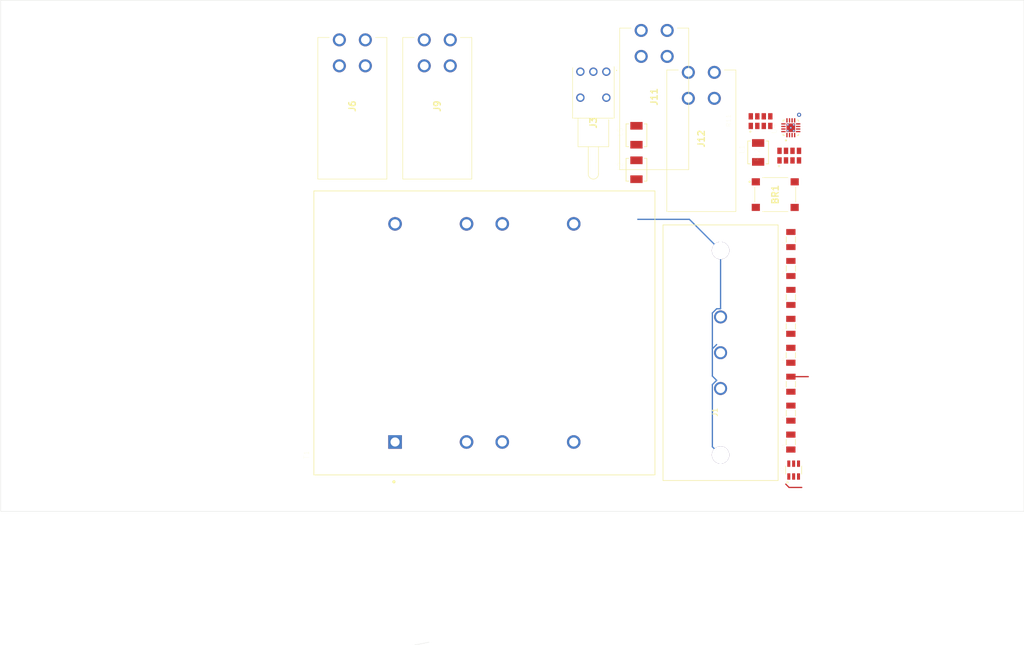
<source format=kicad_pcb>
(kicad_pcb (version 20171130) (host pcbnew "(5.1.8)-1")

  (general
    (thickness 0.6)
    (drawings 5)
    (tracks 26)
    (zones 0)
    (modules 23)
    (nets 30)
  )

  (page A4)
  (layers
    (0 F.Cu signal)
    (1 PWR power)
    (2 GND power)
    (31 B.Cu signal)
    (32 B.Adhes user)
    (33 F.Adhes user)
    (34 B.Paste user)
    (35 F.Paste user)
    (36 B.SilkS user)
    (37 F.SilkS user)
    (38 B.Mask user)
    (39 F.Mask user)
    (40 Dwgs.User user)
    (41 Cmts.User user)
    (42 Eco1.User user)
    (43 Eco2.User user)
    (44 Edge.Cuts user)
    (45 Margin user)
    (46 B.CrtYd user)
    (47 F.CrtYd user)
    (48 B.Fab user)
    (49 F.Fab user)
  )

  (setup
    (last_trace_width 0.25)
    (trace_clearance 0.2)
    (zone_clearance 0.508)
    (zone_45_only no)
    (trace_min 0.2)
    (via_size 0.8)
    (via_drill 0.4)
    (via_min_size 0.4)
    (via_min_drill 0.3)
    (uvia_size 0.3)
    (uvia_drill 0.1)
    (uvias_allowed no)
    (uvia_min_size 0.2)
    (uvia_min_drill 0.1)
    (edge_width 0.05)
    (segment_width 0.2)
    (pcb_text_width 0.3)
    (pcb_text_size 1.5 1.5)
    (mod_edge_width 0.12)
    (mod_text_size 1 1)
    (mod_text_width 0.15)
    (pad_size 1.524 1.524)
    (pad_drill 0.762)
    (pad_to_mask_clearance 0)
    (aux_axis_origin 0 0)
    (visible_elements 7FFFFFFF)
    (pcbplotparams
      (layerselection 0x010fc_ffffffff)
      (usegerberextensions false)
      (usegerberattributes true)
      (usegerberadvancedattributes true)
      (creategerberjobfile true)
      (excludeedgelayer true)
      (linewidth 0.100000)
      (plotframeref false)
      (viasonmask false)
      (mode 1)
      (useauxorigin false)
      (hpglpennumber 1)
      (hpglpenspeed 20)
      (hpglpendiameter 15.000000)
      (psnegative false)
      (psa4output false)
      (plotreference true)
      (plotvalue true)
      (plotinvisibletext false)
      (padsonsilk false)
      (subtractmaskfromsilk false)
      (outputformat 1)
      (mirror false)
      (drillshape 1)
      (scaleselection 1)
      (outputdirectory ""))
  )

  (net 0 "")
  (net 1 "Net-(BR1-Pad4)")
  (net 2 GND)
  (net 3 "Net-(BR1-Pad2)")
  (net 4 "Net-(BR1-Pad1)")
  (net 5 +12V)
  (net 6 "Net-(C8-Pad1)")
  (net 7 "Net-(C10-Pad2)")
  (net 8 "Net-(C10-Pad1)")
  (net 9 +1.8V)
  (net 10 "Net-(C14-Pad1)")
  (net 11 +5V)
  (net 12 +0.8V-3.3V)
  (net 13 +1.2V)
  (net 14 +3.3V)
  (net 15 "Net-(J1-Pad3)")
  (net 16 "Net-(J1-Pad2)")
  (net 17 "Net-(J1-Pad1)")
  (net 18 "Net-(J2-Pad1A)")
  (net 19 "Net-(L1-Pad1)")
  (net 20 "Net-(L2-Pad1)")
  (net 21 "Net-(L4-Pad1)")
  (net 22 "Net-(L5-Pad1)")
  (net 23 "Net-(R3-Pad3)")
  (net 24 "Net-(R5-Pad2)")
  (net 25 "Net-(R6-Pad2)")
  (net 26 "Net-(R11-Pad2)")
  (net 27 "Net-(R12-Pad2)")
  (net 28 "Net-(T1-Pad10)")
  (net 29 "Net-(T1-Pad3)")

  (net_class Default "This is the default net class."
    (clearance 0.2)
    (trace_width 0.25)
    (via_dia 0.8)
    (via_drill 0.4)
    (uvia_dia 0.3)
    (uvia_drill 0.1)
    (add_net +0.8V-3.3V)
    (add_net +1.2V)
    (add_net +1.8V)
    (add_net +12V)
    (add_net +3.3V)
    (add_net +5V)
    (add_net GND)
    (add_net "Net-(BR1-Pad1)")
    (add_net "Net-(BR1-Pad2)")
    (add_net "Net-(BR1-Pad4)")
    (add_net "Net-(C10-Pad1)")
    (add_net "Net-(C10-Pad2)")
    (add_net "Net-(C14-Pad1)")
    (add_net "Net-(C8-Pad1)")
    (add_net "Net-(J1-Pad1)")
    (add_net "Net-(J1-Pad2)")
    (add_net "Net-(J1-Pad3)")
    (add_net "Net-(J2-Pad1A)")
    (add_net "Net-(L1-Pad1)")
    (add_net "Net-(L2-Pad1)")
    (add_net "Net-(L4-Pad1)")
    (add_net "Net-(L5-Pad1)")
    (add_net "Net-(R11-Pad2)")
    (add_net "Net-(R12-Pad2)")
    (add_net "Net-(R3-Pad3)")
    (add_net "Net-(R5-Pad2)")
    (add_net "Net-(R6-Pad2)")
    (add_net "Net-(T1-Pad10)")
    (add_net "Net-(T1-Pad3)")
  )

  (module genisis:QFN50P300X300X100-17N (layer F.Cu) (tedit 5FC5EDCB) (tstamp 5FDDF51B)
    (at 154.421001 124.965999 90)
    (path /63028178)
    (fp_text reference U4 (at -0.165 -3.24 90) (layer F.SilkS)
      (effects (font (size 1 1) (thickness 0.015)))
    )
    (fp_text value TPS62140RGTT (at 9.995 3.24 90) (layer F.Fab)
      (effects (font (size 1 1) (thickness 0.015)))
    )
    (fp_line (start 2.115 2.115) (end 2.115 -2.115) (layer F.CrtYd) (width 0.05))
    (fp_line (start -2.115 2.115) (end -2.115 -2.115) (layer F.CrtYd) (width 0.05))
    (fp_line (start -2.115 -2.115) (end 2.115 -2.115) (layer F.CrtYd) (width 0.05))
    (fp_line (start -2.115 2.115) (end 2.115 2.115) (layer F.CrtYd) (width 0.05))
    (fp_line (start -1.5 -1.5) (end -1.5 -1.2) (layer F.SilkS) (width 0.127))
    (fp_line (start -1.5 1.5) (end -1.5 1.2) (layer F.SilkS) (width 0.127))
    (fp_line (start 1.5 -1.5) (end 1.5 -1.2) (layer F.SilkS) (width 0.127))
    (fp_line (start 1.5 1.5) (end 1.5 1.2) (layer F.SilkS) (width 0.127))
    (fp_line (start -1.5 -1.5) (end -1.2 -1.5) (layer F.SilkS) (width 0.127))
    (fp_line (start -1.5 1.5) (end -1.2 1.5) (layer F.SilkS) (width 0.127))
    (fp_line (start 1.5 -1.5) (end 1.2 -1.5) (layer F.SilkS) (width 0.127))
    (fp_line (start 1.5 1.5) (end 1.2 1.5) (layer F.SilkS) (width 0.127))
    (fp_line (start -1.5 1.5) (end -1.5 -1.5) (layer F.Fab) (width 0.127))
    (fp_line (start 1.5 1.5) (end 1.5 -1.5) (layer F.Fab) (width 0.127))
    (fp_line (start 1.5 -1.5) (end -1.5 -1.5) (layer F.Fab) (width 0.127))
    (fp_line (start 1.5 1.5) (end -1.5 1.5) (layer F.Fab) (width 0.127))
    (fp_circle (center -2.475 -0.95) (end -2.375 -0.95) (layer F.Fab) (width 0.2))
    (fp_circle (center -2.475 -0.95) (end -2.375 -0.95) (layer F.SilkS) (width 0.2))
    (fp_poly (pts (xy -0.53 -0.53) (xy 0.53 -0.53) (xy 0.53 0.53) (xy -0.53 0.53)) (layer F.Paste) (width 0.01))
    (pad 5 smd rect (at -0.75 1.435 90) (size 0.26 0.86) (layers F.Cu F.Paste F.Mask)
      (net 25 "Net-(R6-Pad2)"))
    (pad 6 smd rect (at -0.25 1.435 90) (size 0.26 0.86) (layers F.Cu F.Paste F.Mask)
      (net 2 GND))
    (pad 7 smd rect (at 0.25 1.435 90) (size 0.26 0.86) (layers F.Cu F.Paste F.Mask)
      (net 2 GND))
    (pad 8 smd rect (at 0.75 1.435 90) (size 0.26 0.86) (layers F.Cu F.Paste F.Mask)
      (net 2 GND))
    (pad 13 smd rect (at 0.75 -1.435 90) (size 0.26 0.86) (layers F.Cu F.Paste F.Mask)
      (net 5 +12V))
    (pad 14 smd rect (at 0.25 -1.435 90) (size 0.26 0.86) (layers F.Cu F.Paste F.Mask)
      (net 13 +1.2V))
    (pad 15 smd rect (at -0.25 -1.435 90) (size 0.26 0.86) (layers F.Cu F.Paste F.Mask)
      (net 2 GND))
    (pad 16 smd rect (at -0.75 -1.435 90) (size 0.26 0.86) (layers F.Cu F.Paste F.Mask)
      (net 2 GND))
    (pad 1 smd rect (at -1.435 -0.75 90) (size 0.86 0.26) (layers F.Cu F.Paste F.Mask)
      (net 21 "Net-(L4-Pad1)"))
    (pad 2 smd rect (at -1.435 -0.25 90) (size 0.86 0.26) (layers F.Cu F.Paste F.Mask)
      (net 21 "Net-(L4-Pad1)"))
    (pad 3 smd rect (at -1.435 0.25 90) (size 0.86 0.26) (layers F.Cu F.Paste F.Mask)
      (net 21 "Net-(L4-Pad1)"))
    (pad 4 smd rect (at -1.435 0.75 90) (size 0.86 0.26) (layers F.Cu F.Paste F.Mask)
      (net 24 "Net-(R5-Pad2)"))
    (pad 9 smd rect (at 1.435 0.75 90) (size 0.86 0.26) (layers F.Cu F.Paste F.Mask)
      (net 6 "Net-(C8-Pad1)"))
    (pad 10 smd rect (at 1.435 0.25 90) (size 0.86 0.26) (layers F.Cu F.Paste F.Mask)
      (net 5 +12V))
    (pad 11 smd rect (at 1.435 -0.25 90) (size 0.86 0.26) (layers F.Cu F.Paste F.Mask)
      (net 5 +12V))
    (pad 12 smd rect (at 1.435 -0.75 90) (size 0.86 0.26) (layers F.Cu F.Paste F.Mask)
      (net 5 +12V))
    (pad 17 smd rect (at 0 0 90) (size 1.68 1.68) (layers F.Cu F.Mask)
      (net 2 GND))
    (pad 18 thru_hole circle (at 0 0 90) (size 0.4 0.4) (drill 0.2) (layers *.Cu))
    (pad 19 thru_hole circle (at -0.58 -0.58 90) (size 0.4 0.4) (drill 0.2) (layers *.Cu))
    (pad 20 thru_hole circle (at 0.58 -0.58 90) (size 0.4 0.4) (drill 0.2) (layers *.Cu))
    (pad 22 thru_hole circle (at 0.58 0.58 90) (size 0.4 0.4) (drill 0.2) (layers *.Cu))
    (pad 21 thru_hole circle (at -0.58 0.58 90) (size 0.4 0.4) (drill 0.2) (layers *.Cu))
  )

  (module genisis:SOT95P280X110-6N (layer F.Cu) (tedit 5FC626E8) (tstamp 5FDDF4D2)
    (at 154.976001 191.940999 90)
    (path /6403E86D)
    (fp_text reference U2 (at -0.068 -2.2064 90) (layer F.SilkS)
      (effects (font (size 0.64 0.64) (thickness 0.015)))
    )
    (fp_text value TPS562201DDCR (at 4.4024 2.2064 90) (layer F.Fab)
      (effects (font (size 0.64 0.64) (thickness 0.015)))
    )
    (fp_circle (center -2.4 -1.2) (end -2.3 -1.2) (layer F.Fab) (width 0.2))
    (fp_circle (center -2.4 -1.2) (end -2.3 -1.2) (layer F.SilkS) (width 0.2))
    (fp_line (start -2.13 -1.495) (end -2.13 1.495) (layer F.CrtYd) (width 0.05))
    (fp_line (start -1.05 -1.495) (end -2.13 -1.495) (layer F.CrtYd) (width 0.05))
    (fp_line (start -1.05 -1.7) (end -1.05 -1.495) (layer F.CrtYd) (width 0.05))
    (fp_line (start 1.05 -1.7) (end -1.05 -1.7) (layer F.CrtYd) (width 0.05))
    (fp_line (start 1.05 -1.495) (end 1.05 -1.7) (layer F.CrtYd) (width 0.05))
    (fp_line (start 2.13 -1.495) (end 1.05 -1.495) (layer F.CrtYd) (width 0.05))
    (fp_line (start 2.13 1.495) (end 2.13 -1.495) (layer F.CrtYd) (width 0.05))
    (fp_line (start 1.05 1.495) (end 2.13 1.495) (layer F.CrtYd) (width 0.05))
    (fp_line (start 1.05 1.7) (end 1.05 1.495) (layer F.CrtYd) (width 0.05))
    (fp_line (start -1.05 1.7) (end 1.05 1.7) (layer F.CrtYd) (width 0.05))
    (fp_line (start -1.05 1.495) (end -1.05 1.7) (layer F.CrtYd) (width 0.05))
    (fp_line (start -2.13 1.495) (end -1.05 1.495) (layer F.CrtYd) (width 0.05))
    (fp_line (start -0.8 1.565) (end 0.8 1.565) (layer F.SilkS) (width 0.127))
    (fp_line (start -0.8 -1.565) (end 0.8 -1.565) (layer F.SilkS) (width 0.127))
    (fp_line (start -0.8 -1.45) (end -0.8 1.45) (layer F.Fab) (width 0.127))
    (fp_line (start 0.8 -1.45) (end -0.8 -1.45) (layer F.Fab) (width 0.127))
    (fp_line (start 0.8 1.45) (end 0.8 -1.45) (layer F.Fab) (width 0.127))
    (fp_line (start -0.8 1.45) (end 0.8 1.45) (layer F.Fab) (width 0.127))
    (pad 1 smd rect (at -1.255 -0.95 90) (size 1.25 0.59) (layers F.Cu F.Paste F.Mask)
      (net 2 GND))
    (pad 2 smd rect (at -1.255 0 90) (size 1.25 0.59) (layers F.Cu F.Paste F.Mask)
      (net 7 "Net-(C10-Pad2)"))
    (pad 3 smd rect (at -1.255 0.95 90) (size 1.25 0.59) (layers F.Cu F.Paste F.Mask)
      (net 5 +12V))
    (pad 4 smd rect (at 1.255 0.95 90) (size 1.25 0.59) (layers F.Cu F.Paste F.Mask)
      (net 8 "Net-(C10-Pad1)"))
    (pad 5 smd rect (at 1.255 0 90) (size 1.25 0.59) (layers F.Cu F.Paste F.Mask)
      (net 5 +12V))
    (pad 6 smd rect (at 1.255 -0.95 90) (size 1.25 0.59) (layers F.Cu F.Paste F.Mask)
      (net 23 "Net-(R3-Pad3)"))
  )

  (module genisis:XFMR_VPP12-2400 (layer F.Cu) (tedit 5FC75778) (tstamp 5FCDEE7C)
    (at 94.523501 165.107987 90)
    (path /64B2C969)
    (fp_text reference T1 (at -23.8455 -34.7591 90) (layer F.SilkS)
      (effects (font (size 1 1) (thickness 0.015)))
    )
    (fp_text value VPP12-2400 (at -17.9499 34.7995 90) (layer F.Fab)
      (effects (font (size 1 1) (thickness 0.015)))
    )
    (fp_line (start -27.7749 33.3375) (end 27.7749 33.3375) (layer F.Fab) (width 0.127))
    (fp_line (start -27.7749 33.3375) (end 27.7749 33.3375) (layer F.SilkS) (width 0.127))
    (fp_line (start -27.7749 -33.3375) (end 27.7749 -33.3375) (layer F.SilkS) (width 0.127))
    (fp_line (start -27.7749 -33.3375) (end -27.7749 33.3375) (layer F.SilkS) (width 0.127))
    (fp_line (start 27.7749 -33.3375) (end 27.7749 33.3375) (layer F.SilkS) (width 0.127))
    (fp_circle (center -29.1249 -17.6895) (end -28.966788 -17.6895) (layer F.SilkS) (width 0.3))
    (fp_line (start -27.7749 -33.3375) (end 27.7749 -33.3375) (layer F.Fab) (width 0.127))
    (fp_line (start -27.7749 -33.3375) (end -27.7749 33.3375) (layer F.Fab) (width 0.127))
    (fp_line (start 27.7749 -33.3375) (end 27.7749 33.3375) (layer F.Fab) (width 0.127))
    (fp_line (start 28.0249 -33.5875) (end 28.0249 33.5875) (layer F.CrtYd) (width 0.05))
    (fp_line (start -28.0249 -33.5875) (end 28.0249 -33.5875) (layer F.CrtYd) (width 0.05))
    (fp_line (start -28.0249 33.5875) (end -28.0249 -33.5875) (layer F.CrtYd) (width 0.05))
    (fp_line (start 28.0249 33.5875) (end -28.0249 33.5875) (layer F.CrtYd) (width 0.05))
    (pad 1 thru_hole rect (at -21.336 -17.4625 90) (size 2.667 2.667) (drill 1.778) (layers *.Cu *.Mask)
      (net 15 "Net-(J1-Pad3)"))
    (pad 7 thru_hole circle (at 21.336 -17.4625 90) (size 2.667 2.667) (drill 1.778) (layers *.Cu *.Mask)
      (net 1 "Net-(BR1-Pad4)"))
    (pad 9 thru_hole circle (at 21.336 -3.4925 90) (size 2.667 2.667) (drill 1.778) (layers *.Cu *.Mask)
      (net 28 "Net-(T1-Pad10)"))
    (pad 4 thru_hole circle (at -21.336 3.4925 90) (size 2.667 2.667) (drill 1.778) (layers *.Cu *.Mask)
      (net 29 "Net-(T1-Pad3)"))
    (pad 3 thru_hole circle (at -21.336 -3.4925 90) (size 2.667 2.667) (drill 1.778) (layers *.Cu *.Mask)
      (net 29 "Net-(T1-Pad3)"))
    (pad 6 thru_hole circle (at -21.336 17.4625 90) (size 2.667 2.667) (drill 1.778) (layers *.Cu *.Mask)
      (net 17 "Net-(J1-Pad1)"))
    (pad 10 thru_hole circle (at 21.336 3.4925 90) (size 2.667 2.667) (drill 1.778) (layers *.Cu *.Mask)
      (net 28 "Net-(T1-Pad10)"))
    (pad 12 thru_hole circle (at 21.336 17.4625 90) (size 2.667 2.667) (drill 1.778) (layers *.Cu *.Mask)
      (net 3 "Net-(BR1-Pad2)"))
    (pad None np_thru_hole circle (at -22.225 -27.7749 90) (size 4.2164 4.2164) (drill 4.2164) (layers *.Cu *.Mask))
    (pad None np_thru_hole circle (at 22.225 -27.7749 90) (size 4.2164 4.2164) (drill 4.2164) (layers *.Cu *.Mask))
    (pad None np_thru_hole circle (at 22.225 27.7749 90) (size 4.2164 4.2164) (drill 4.2164) (layers *.Cu *.Mask))
    (pad None np_thru_hole circle (at -22.225 27.7749 90) (size 4.2164 4.2164) (drill 4.2164) (layers *.Cu *.Mask))
  )

  (module genisis:RESCAV127P508X200X70-8N (layer F.Cu) (tedit 5FC4DDF4) (tstamp 5FDDF405)
    (at 154.116001 130.420999 90)
    (path /637F31F5)
    (fp_text reference R12 (at 0.0977 -6.24949 90) (layer F.SilkS)
      (effects (font (size 0.884409 0.884409) (thickness 0.015)))
    )
    (fp_text value RK73H2ATTD4301F (at 10.00834 5.75086 90) (layer F.Fab)
      (effects (font (size 0.874661 0.874661) (thickness 0.015)))
    )
    (fp_circle (center -2.05 -2) (end -1.9 -2) (layer F.SilkS) (width 0.1))
    (fp_line (start -1.76 -2.75) (end 1.76 -2.75) (layer F.CrtYd) (width 0.05))
    (fp_line (start -1.76 2.75) (end -1.76 -2.75) (layer F.CrtYd) (width 0.05))
    (fp_line (start 1.76 2.75) (end -1.76 2.75) (layer F.CrtYd) (width 0.05))
    (fp_line (start 1.76 -2.75) (end 1.76 2.75) (layer F.CrtYd) (width 0.05))
    (fp_line (start -1 2.54) (end -1 -2.54) (layer F.Fab) (width 0.127))
    (fp_line (start 1 -2.54) (end 1 2.54) (layer F.Fab) (width 0.127))
    (pad 1 smd rect (at -0.94 -1.905 90) (size 1.24 0.86) (layers F.Cu F.Paste F.Mask)
      (net 11 +5V))
    (pad 2 smd rect (at -0.94 -0.635 90) (size 1.24 0.86) (layers F.Cu F.Paste F.Mask)
      (net 27 "Net-(R12-Pad2)"))
    (pad 3 smd rect (at -0.94 0.635 90) (size 1.24 0.86) (layers F.Cu F.Paste F.Mask))
    (pad 4 smd rect (at -0.94 1.905 90) (size 1.24 0.86) (layers F.Cu F.Paste F.Mask))
    (pad 5 smd rect (at 0.94 1.905 90) (size 1.24 0.86) (layers F.Cu F.Paste F.Mask))
    (pad 6 smd rect (at 0.94 0.635 90) (size 1.24 0.86) (layers F.Cu F.Paste F.Mask))
    (pad 7 smd rect (at 0.94 -0.635 90) (size 1.24 0.86) (layers F.Cu F.Paste F.Mask))
    (pad 8 smd rect (at 0.94 -1.905 90) (size 1.24 0.86) (layers F.Cu F.Paste F.Mask))
  )

  (module genisis:RESCAV127P508X200X70-8N (layer F.Cu) (tedit 5FC4DDF4) (tstamp 5FDDF3F2)
    (at 148.506001 123.670999 90)
    (path /63983EAB)
    (fp_text reference R11 (at 0.0977 -6.24949 90) (layer F.SilkS)
      (effects (font (size 0.884409 0.884409) (thickness 0.015)))
    )
    (fp_text value RK73H2ATTD1502F (at 10.00834 5.75086 90) (layer F.Fab)
      (effects (font (size 0.874661 0.874661) (thickness 0.015)))
    )
    (fp_circle (center -2.05 -2) (end -1.9 -2) (layer F.SilkS) (width 0.1))
    (fp_line (start -1.76 -2.75) (end 1.76 -2.75) (layer F.CrtYd) (width 0.05))
    (fp_line (start -1.76 2.75) (end -1.76 -2.75) (layer F.CrtYd) (width 0.05))
    (fp_line (start 1.76 2.75) (end -1.76 2.75) (layer F.CrtYd) (width 0.05))
    (fp_line (start 1.76 -2.75) (end 1.76 2.75) (layer F.CrtYd) (width 0.05))
    (fp_line (start -1 2.54) (end -1 -2.54) (layer F.Fab) (width 0.127))
    (fp_line (start 1 -2.54) (end 1 2.54) (layer F.Fab) (width 0.127))
    (pad 1 smd rect (at -0.94 -1.905 90) (size 1.24 0.86) (layers F.Cu F.Paste F.Mask)
      (net 11 +5V))
    (pad 2 smd rect (at -0.94 -0.635 90) (size 1.24 0.86) (layers F.Cu F.Paste F.Mask)
      (net 26 "Net-(R11-Pad2)"))
    (pad 3 smd rect (at -0.94 0.635 90) (size 1.24 0.86) (layers F.Cu F.Paste F.Mask))
    (pad 4 smd rect (at -0.94 1.905 90) (size 1.24 0.86) (layers F.Cu F.Paste F.Mask))
    (pad 5 smd rect (at 0.94 1.905 90) (size 1.24 0.86) (layers F.Cu F.Paste F.Mask))
    (pad 6 smd rect (at 0.94 0.635 90) (size 1.24 0.86) (layers F.Cu F.Paste F.Mask))
    (pad 7 smd rect (at 0.94 -0.635 90) (size 1.24 0.86) (layers F.Cu F.Paste F.Mask))
    (pad 8 smd rect (at 0.94 -1.905 90) (size 1.24 0.86) (layers F.Cu F.Paste F.Mask))
  )

  (module genisis:IND_SRP4020TA-2R2M (layer F.Cu) (tedit 5FC75055) (tstamp 5FDDF2BF)
    (at 124.246001 126.435999 90)
    (path /6040802B)
    (fp_text reference L5 (at 0.635 -3.175 90) (layer F.SilkS)
      (effects (font (size 1 1) (thickness 0.015)))
    )
    (fp_text value SRP4020TA-2R2M (at 8.89 3.175 90) (layer F.Fab)
      (effects (font (size 1 1) (thickness 0.015)))
    )
    (fp_line (start -2.85 2.28) (end -2.85 -2.28) (layer F.CrtYd) (width 0.05))
    (fp_line (start 2.85 2.28) (end -2.85 2.28) (layer F.CrtYd) (width 0.05))
    (fp_line (start 2.85 -2.28) (end 2.85 2.28) (layer F.CrtYd) (width 0.05))
    (fp_line (start -2.85 -2.28) (end 2.85 -2.28) (layer F.CrtYd) (width 0.05))
    (fp_line (start 2.225 2.03) (end 2.225 1.5) (layer F.SilkS) (width 0.127))
    (fp_line (start -2.225 2.03) (end -2.225 1.5) (layer F.SilkS) (width 0.127))
    (fp_line (start -2.225 2.03) (end 2.225 2.03) (layer F.SilkS) (width 0.127))
    (fp_line (start 2.225 -2.03) (end 2.225 -1.5) (layer F.SilkS) (width 0.127))
    (fp_line (start -2.225 -2.03) (end 2.225 -2.03) (layer F.SilkS) (width 0.127))
    (fp_line (start -2.225 -1.5) (end -2.225 -2.03) (layer F.SilkS) (width 0.127))
    (fp_line (start -2.225 2.03) (end -2.225 -2.03) (layer F.Fab) (width 0.127))
    (fp_line (start 2.225 2.03) (end -2.225 2.03) (layer F.Fab) (width 0.127))
    (fp_line (start 2.225 -2.03) (end 2.225 2.03) (layer F.Fab) (width 0.127))
    (fp_line (start -2.225 -2.03) (end 2.225 -2.03) (layer F.Fab) (width 0.127))
    (pad 1 smd rect (at -1.85 0 90) (size 1.5 2.4) (layers F.Cu F.Paste F.Mask)
      (net 22 "Net-(L5-Pad1)"))
    (pad 2 smd rect (at 1.85 0 90) (size 1.5 2.4) (layers F.Cu F.Paste F.Mask)
      (net 14 +3.3V))
  )

  (module genisis:IND_SRP4020TA-2R2M (layer F.Cu) (tedit 5FC75055) (tstamp 5FDDF283)
    (at 124.246001 133.185999 90)
    (path /62955981)
    (fp_text reference L2 (at 0.635 -3.175 90) (layer F.SilkS)
      (effects (font (size 1 1) (thickness 0.015)))
    )
    (fp_text value SRP4020TA-2R2M (at 8.89 3.175 90) (layer F.Fab)
      (effects (font (size 1 1) (thickness 0.015)))
    )
    (fp_line (start -2.85 2.28) (end -2.85 -2.28) (layer F.CrtYd) (width 0.05))
    (fp_line (start 2.85 2.28) (end -2.85 2.28) (layer F.CrtYd) (width 0.05))
    (fp_line (start 2.85 -2.28) (end 2.85 2.28) (layer F.CrtYd) (width 0.05))
    (fp_line (start -2.85 -2.28) (end 2.85 -2.28) (layer F.CrtYd) (width 0.05))
    (fp_line (start 2.225 2.03) (end 2.225 1.5) (layer F.SilkS) (width 0.127))
    (fp_line (start -2.225 2.03) (end -2.225 1.5) (layer F.SilkS) (width 0.127))
    (fp_line (start -2.225 2.03) (end 2.225 2.03) (layer F.SilkS) (width 0.127))
    (fp_line (start 2.225 -2.03) (end 2.225 -1.5) (layer F.SilkS) (width 0.127))
    (fp_line (start -2.225 -2.03) (end 2.225 -2.03) (layer F.SilkS) (width 0.127))
    (fp_line (start -2.225 -1.5) (end -2.225 -2.03) (layer F.SilkS) (width 0.127))
    (fp_line (start -2.225 2.03) (end -2.225 -2.03) (layer F.Fab) (width 0.127))
    (fp_line (start 2.225 2.03) (end -2.225 2.03) (layer F.Fab) (width 0.127))
    (fp_line (start 2.225 -2.03) (end 2.225 2.03) (layer F.Fab) (width 0.127))
    (fp_line (start -2.225 -2.03) (end 2.225 -2.03) (layer F.Fab) (width 0.127))
    (pad 1 smd rect (at -1.85 0 90) (size 1.5 2.4) (layers F.Cu F.Paste F.Mask)
      (net 20 "Net-(L2-Pad1)"))
    (pad 2 smd rect (at 1.85 0 90) (size 1.5 2.4) (layers F.Cu F.Paste F.Mask)
      (net 9 +1.8V))
  )

  (module genisis:IND_SRP4020TA-2R2M (layer F.Cu) (tedit 5FC75055) (tstamp 5FDDF26F)
    (at 148.036001 129.795999 90)
    (path /5FD71536)
    (fp_text reference L1 (at 0.635 -3.175 90) (layer F.SilkS)
      (effects (font (size 1 1) (thickness 0.015)))
    )
    (fp_text value SRP4020TA-2R2M (at 8.89 3.175 90) (layer F.Fab)
      (effects (font (size 1 1) (thickness 0.015)))
    )
    (fp_line (start -2.85 2.28) (end -2.85 -2.28) (layer F.CrtYd) (width 0.05))
    (fp_line (start 2.85 2.28) (end -2.85 2.28) (layer F.CrtYd) (width 0.05))
    (fp_line (start 2.85 -2.28) (end 2.85 2.28) (layer F.CrtYd) (width 0.05))
    (fp_line (start -2.85 -2.28) (end 2.85 -2.28) (layer F.CrtYd) (width 0.05))
    (fp_line (start 2.225 2.03) (end 2.225 1.5) (layer F.SilkS) (width 0.127))
    (fp_line (start -2.225 2.03) (end -2.225 1.5) (layer F.SilkS) (width 0.127))
    (fp_line (start -2.225 2.03) (end 2.225 2.03) (layer F.SilkS) (width 0.127))
    (fp_line (start 2.225 -2.03) (end 2.225 -1.5) (layer F.SilkS) (width 0.127))
    (fp_line (start -2.225 -2.03) (end 2.225 -2.03) (layer F.SilkS) (width 0.127))
    (fp_line (start -2.225 -1.5) (end -2.225 -2.03) (layer F.SilkS) (width 0.127))
    (fp_line (start -2.225 2.03) (end -2.225 -2.03) (layer F.Fab) (width 0.127))
    (fp_line (start 2.225 2.03) (end -2.225 2.03) (layer F.Fab) (width 0.127))
    (fp_line (start 2.225 -2.03) (end 2.225 2.03) (layer F.Fab) (width 0.127))
    (fp_line (start -2.225 -2.03) (end 2.225 -2.03) (layer F.Fab) (width 0.127))
    (pad 1 smd rect (at -1.85 0 90) (size 1.5 2.4) (layers F.Cu F.Paste F.Mask)
      (net 19 "Net-(L1-Pad1)"))
    (pad 2 smd rect (at 1.85 0 90) (size 1.5 2.4) (layers F.Cu F.Paste F.Mask)
      (net 11 +5V))
  )

  (module genisis:CT3151SP2 (layer F.Cu) (tedit 0) (tstamp 5FDDF240)
    (at 139.471001 119.210999 90)
    (descr CT3151SP-2-1)
    (tags Connector)
    (path /6563B7B2)
    (fp_text reference J12 (at -7.903 -2.54 90) (layer F.SilkS)
      (effects (font (size 1.27 1.27) (thickness 0.254)))
    )
    (fp_text value CT3151SP-2 (at -7.903 -2.54 90) (layer F.SilkS) hide
      (effects (font (size 1.27 1.27) (thickness 0.254)))
    )
    (fp_text user %R (at -7.903 -2.54 90) (layer F.Fab)
      (effects (font (size 1.27 1.27) (thickness 0.254)))
    )
    (fp_line (start 5.54 4.21) (end 5.54 1.96) (layer F.SilkS) (width 0.1))
    (fp_line (start -22.16 4.21) (end 5.54 4.21) (layer F.SilkS) (width 0.1))
    (fp_line (start -22.16 -9.29) (end -22.16 4.21) (layer F.SilkS) (width 0.1))
    (fp_line (start 5.54 -9.29) (end -22.16 -9.29) (layer F.SilkS) (width 0.1))
    (fp_line (start 5.54 -7.04) (end 5.54 -9.29) (layer F.SilkS) (width 0.1))
    (fp_line (start -23.16 5.21) (end -23.16 -10.29) (layer F.CrtYd) (width 0.1))
    (fp_line (start 7.355 5.21) (end -23.16 5.21) (layer F.CrtYd) (width 0.1))
    (fp_line (start 7.355 -10.29) (end 7.355 5.21) (layer F.CrtYd) (width 0.1))
    (fp_line (start -23.16 -10.29) (end 7.355 -10.29) (layer F.CrtYd) (width 0.1))
    (fp_line (start 5.54 -9.29) (end 5.54 4.21) (layer F.Fab) (width 0.2))
    (fp_line (start -22.16 -9.29) (end 5.54 -9.29) (layer F.Fab) (width 0.2))
    (fp_line (start -22.16 4.21) (end -22.16 -9.29) (layer F.Fab) (width 0.2))
    (fp_line (start 5.54 4.21) (end -22.16 4.21) (layer F.Fab) (width 0.2))
    (pad 1 thru_hole circle (at 0 0 90) (size 2.55 2.55) (drill 1.7) (layers *.Cu *.Mask)
      (net 14 +3.3V))
    (pad 2 thru_hole circle (at 5.08 0 90) (size 2.55 2.55) (drill 1.7) (layers *.Cu *.Mask)
      (net 14 +3.3V))
    (pad 3 thru_hole circle (at 5.08 -5.08 90) (size 2.55 2.55) (drill 1.7) (layers *.Cu *.Mask)
      (net 14 +3.3V))
    (pad 4 thru_hole circle (at 0 -5.08 90) (size 2.55 2.55) (drill 1.7) (layers *.Cu *.Mask)
      (net 14 +3.3V))
    (model CT3151SP-2.stp
      (at (xyz 0 0 0))
      (scale (xyz 1 1 1))
      (rotate (xyz 0 0 0))
    )
  )

  (module genisis:CT3151SP2 (layer F.Cu) (tedit 0) (tstamp 5FDDF22A)
    (at 130.255 111.01 90)
    (descr CT3151SP-2-1)
    (tags Connector)
    (path /66038BE3)
    (fp_text reference J11 (at -7.903 -2.54 90) (layer F.SilkS)
      (effects (font (size 1.27 1.27) (thickness 0.254)))
    )
    (fp_text value CT3151SP-2 (at -7.903 -2.54 90) (layer F.SilkS) hide
      (effects (font (size 1.27 1.27) (thickness 0.254)))
    )
    (fp_text user %R (at -7.903 -2.54 90) (layer F.Fab)
      (effects (font (size 1.27 1.27) (thickness 0.254)))
    )
    (fp_line (start 5.54 4.21) (end 5.54 1.96) (layer F.SilkS) (width 0.1))
    (fp_line (start -22.16 4.21) (end 5.54 4.21) (layer F.SilkS) (width 0.1))
    (fp_line (start -22.16 -9.29) (end -22.16 4.21) (layer F.SilkS) (width 0.1))
    (fp_line (start 5.54 -9.29) (end -22.16 -9.29) (layer F.SilkS) (width 0.1))
    (fp_line (start 5.54 -7.04) (end 5.54 -9.29) (layer F.SilkS) (width 0.1))
    (fp_line (start -23.16 5.21) (end -23.16 -10.29) (layer F.CrtYd) (width 0.1))
    (fp_line (start 7.355 5.21) (end -23.16 5.21) (layer F.CrtYd) (width 0.1))
    (fp_line (start 7.355 -10.29) (end 7.355 5.21) (layer F.CrtYd) (width 0.1))
    (fp_line (start -23.16 -10.29) (end 7.355 -10.29) (layer F.CrtYd) (width 0.1))
    (fp_line (start 5.54 -9.29) (end 5.54 4.21) (layer F.Fab) (width 0.2))
    (fp_line (start -22.16 -9.29) (end 5.54 -9.29) (layer F.Fab) (width 0.2))
    (fp_line (start -22.16 4.21) (end -22.16 -9.29) (layer F.Fab) (width 0.2))
    (fp_line (start 5.54 4.21) (end -22.16 4.21) (layer F.Fab) (width 0.2))
    (pad 1 thru_hole circle (at 0 0 90) (size 2.55 2.55) (drill 1.7) (layers *.Cu *.Mask)
      (net 9 +1.8V))
    (pad 2 thru_hole circle (at 5.08 0 90) (size 2.55 2.55) (drill 1.7) (layers *.Cu *.Mask)
      (net 9 +1.8V))
    (pad 3 thru_hole circle (at 5.08 -5.08 90) (size 2.55 2.55) (drill 1.7) (layers *.Cu *.Mask)
      (net 9 +1.8V))
    (pad 4 thru_hole circle (at 0 -5.08 90) (size 2.55 2.55) (drill 1.7) (layers *.Cu *.Mask)
      (net 9 +1.8V))
    (model CT3151SP-2.stp
      (at (xyz 0 0 0))
      (scale (xyz 1 1 1))
      (rotate (xyz 0 0 0))
    )
  )

  (module genisis:CT3151SP2 (layer F.Cu) (tedit 0) (tstamp 5FDDF1F9)
    (at 87.851001 112.850999 90)
    (descr CT3151SP-2-1)
    (tags Connector)
    (path /66055285)
    (fp_text reference J9 (at -7.903 -2.54 90) (layer F.SilkS)
      (effects (font (size 1.27 1.27) (thickness 0.254)))
    )
    (fp_text value CT3151SP-2 (at -7.903 -2.54 90) (layer F.SilkS) hide
      (effects (font (size 1.27 1.27) (thickness 0.254)))
    )
    (fp_text user %R (at -7.903 -2.54 90) (layer F.Fab)
      (effects (font (size 1.27 1.27) (thickness 0.254)))
    )
    (fp_line (start 5.54 4.21) (end 5.54 1.96) (layer F.SilkS) (width 0.1))
    (fp_line (start -22.16 4.21) (end 5.54 4.21) (layer F.SilkS) (width 0.1))
    (fp_line (start -22.16 -9.29) (end -22.16 4.21) (layer F.SilkS) (width 0.1))
    (fp_line (start 5.54 -9.29) (end -22.16 -9.29) (layer F.SilkS) (width 0.1))
    (fp_line (start 5.54 -7.04) (end 5.54 -9.29) (layer F.SilkS) (width 0.1))
    (fp_line (start -23.16 5.21) (end -23.16 -10.29) (layer F.CrtYd) (width 0.1))
    (fp_line (start 7.355 5.21) (end -23.16 5.21) (layer F.CrtYd) (width 0.1))
    (fp_line (start 7.355 -10.29) (end 7.355 5.21) (layer F.CrtYd) (width 0.1))
    (fp_line (start -23.16 -10.29) (end 7.355 -10.29) (layer F.CrtYd) (width 0.1))
    (fp_line (start 5.54 -9.29) (end 5.54 4.21) (layer F.Fab) (width 0.2))
    (fp_line (start -22.16 -9.29) (end 5.54 -9.29) (layer F.Fab) (width 0.2))
    (fp_line (start -22.16 4.21) (end -22.16 -9.29) (layer F.Fab) (width 0.2))
    (fp_line (start 5.54 4.21) (end -22.16 4.21) (layer F.Fab) (width 0.2))
    (pad 1 thru_hole circle (at 0 0 90) (size 2.55 2.55) (drill 1.7) (layers *.Cu *.Mask)
      (net 13 +1.2V))
    (pad 2 thru_hole circle (at 5.08 0 90) (size 2.55 2.55) (drill 1.7) (layers *.Cu *.Mask)
      (net 13 +1.2V))
    (pad 3 thru_hole circle (at 5.08 -5.08 90) (size 2.55 2.55) (drill 1.7) (layers *.Cu *.Mask)
      (net 13 +1.2V))
    (pad 4 thru_hole circle (at 0 -5.08 90) (size 2.55 2.55) (drill 1.7) (layers *.Cu *.Mask)
      (net 13 +1.2V))
    (model CT3151SP-2.stp
      (at (xyz 0 0 0))
      (scale (xyz 1 1 1))
      (rotate (xyz 0 0 0))
    )
  )

  (module genisis:CT3151SP2 (layer F.Cu) (tedit 0) (tstamp 5FDDF1B2)
    (at 71.251001 112.850999 90)
    (descr CT3151SP-2-1)
    (tags Connector)
    (path /6609A20E)
    (fp_text reference J6 (at -7.903 -2.54 90) (layer F.SilkS)
      (effects (font (size 1.27 1.27) (thickness 0.254)))
    )
    (fp_text value CT3151SP-2 (at -7.903 -2.54 90) (layer F.SilkS) hide
      (effects (font (size 1.27 1.27) (thickness 0.254)))
    )
    (fp_text user %R (at -7.903 -2.54 90) (layer F.Fab)
      (effects (font (size 1.27 1.27) (thickness 0.254)))
    )
    (fp_line (start 5.54 4.21) (end 5.54 1.96) (layer F.SilkS) (width 0.1))
    (fp_line (start -22.16 4.21) (end 5.54 4.21) (layer F.SilkS) (width 0.1))
    (fp_line (start -22.16 -9.29) (end -22.16 4.21) (layer F.SilkS) (width 0.1))
    (fp_line (start 5.54 -9.29) (end -22.16 -9.29) (layer F.SilkS) (width 0.1))
    (fp_line (start 5.54 -7.04) (end 5.54 -9.29) (layer F.SilkS) (width 0.1))
    (fp_line (start -23.16 5.21) (end -23.16 -10.29) (layer F.CrtYd) (width 0.1))
    (fp_line (start 7.355 5.21) (end -23.16 5.21) (layer F.CrtYd) (width 0.1))
    (fp_line (start 7.355 -10.29) (end 7.355 5.21) (layer F.CrtYd) (width 0.1))
    (fp_line (start -23.16 -10.29) (end 7.355 -10.29) (layer F.CrtYd) (width 0.1))
    (fp_line (start 5.54 -9.29) (end 5.54 4.21) (layer F.Fab) (width 0.2))
    (fp_line (start -22.16 -9.29) (end 5.54 -9.29) (layer F.Fab) (width 0.2))
    (fp_line (start -22.16 4.21) (end -22.16 -9.29) (layer F.Fab) (width 0.2))
    (fp_line (start 5.54 4.21) (end -22.16 4.21) (layer F.Fab) (width 0.2))
    (pad 1 thru_hole circle (at 0 0 90) (size 2.55 2.55) (drill 1.7) (layers *.Cu *.Mask)
      (net 12 +0.8V-3.3V))
    (pad 2 thru_hole circle (at 5.08 0 90) (size 2.55 2.55) (drill 1.7) (layers *.Cu *.Mask)
      (net 12 +0.8V-3.3V))
    (pad 3 thru_hole circle (at 5.08 -5.08 90) (size 2.55 2.55) (drill 1.7) (layers *.Cu *.Mask)
      (net 12 +0.8V-3.3V))
    (pad 4 thru_hole circle (at 0 -5.08 90) (size 2.55 2.55) (drill 1.7) (layers *.Cu *.Mask)
      (net 12 +0.8V-3.3V))
    (model CT3151SP-2.stp
      (at (xyz 0 0 0))
      (scale (xyz 1 1 1))
      (rotate (xyz 0 0 0))
    )
  )

  (module genisis:200MSP1T1B2M6QE (layer F.Cu) (tedit 0) (tstamp 5FDDF166)
    (at 118.366001 114.000999 90)
    (descr 200MSP1T1B2M6QE-4)
    (tags Switch)
    (path /64CE04F6)
    (fp_text reference J3 (at -10.005 -2.54 90) (layer F.SilkS)
      (effects (font (size 1.27 1.27) (thickness 0.254)))
    )
    (fp_text value 200MSP1T1B2M6QE (at -10.005 -2.54 90) (layer F.SilkS) hide
      (effects (font (size 1.27 1.27) (thickness 0.254)))
    )
    (fp_text user %R (at -10.005 -2.54 90) (layer F.Fab)
      (effects (font (size 1.27 1.27) (thickness 0.254)))
    )
    (fp_arc (start -20.01 -2.54) (end -20.01 -1.54) (angle 180) (layer F.Fab) (width 0.2))
    (fp_arc (start -20.01 -2.54) (end -20.01 -1.54) (angle 180) (layer F.SilkS) (width 0.1))
    (fp_arc (start 0.25 2) (end 0.2 2) (angle -180) (layer F.SilkS) (width 0.1))
    (fp_arc (start 0.25 2) (end 0.3 2) (angle -180) (layer F.SilkS) (width 0.1))
    (fp_line (start 0.3 2) (end 0.3 2) (layer F.SilkS) (width 0.1))
    (fp_line (start 0.2 2) (end 0.2 2) (layer F.SilkS) (width 0.1))
    (fp_line (start -9.09 1.525) (end 1 1.525) (layer F.SilkS) (width 0.1))
    (fp_line (start -9.09 -6.605) (end -9.09 1.525) (layer F.SilkS) (width 0.1))
    (fp_line (start 0.8 -6.605) (end -9.09 -6.605) (layer F.SilkS) (width 0.1))
    (fp_line (start -14.68 0.46) (end -9.35 0.46) (layer F.SilkS) (width 0.1))
    (fp_line (start -14.68 -5.54) (end -14.68 0.46) (layer F.SilkS) (width 0.1))
    (fp_line (start -9.09 -5.54) (end -14.68 -5.54) (layer F.SilkS) (width 0.1))
    (fp_line (start -20.01 -3.54) (end -14.68 -3.54) (layer F.SilkS) (width 0.1))
    (fp_line (start -20.01 -1.54) (end -20.01 -1.54) (layer F.SilkS) (width 0.1))
    (fp_line (start -14.68 -1.54) (end -20.01 -1.54) (layer F.SilkS) (width 0.1))
    (fp_line (start -20.01 -3.54) (end -14.68 -3.54) (layer F.Fab) (width 0.2))
    (fp_line (start -20.01 -1.54) (end -20.01 -1.54) (layer F.Fab) (width 0.2))
    (fp_line (start -14.68 -1.54) (end -20.01 -1.54) (layer F.Fab) (width 0.2))
    (fp_line (start -14.68 -5.54) (end -9.09 -5.54) (layer F.Fab) (width 0.2))
    (fp_line (start -14.68 0.46) (end -14.68 -5.54) (layer F.Fab) (width 0.2))
    (fp_line (start -9.09 0.46) (end -14.68 0.46) (layer F.Fab) (width 0.2))
    (fp_line (start -22.01 2.525) (end -22.01 -7.605) (layer F.CrtYd) (width 0.1))
    (fp_line (start 2 2.525) (end -22.01 2.525) (layer F.CrtYd) (width 0.1))
    (fp_line (start 2 -7.605) (end 2 2.525) (layer F.CrtYd) (width 0.1))
    (fp_line (start -22.01 -7.605) (end 2 -7.605) (layer F.CrtYd) (width 0.1))
    (fp_line (start -9.09 1.525) (end -9.09 -6.605) (layer F.Fab) (width 0.2))
    (fp_line (start 1 1.525) (end -9.09 1.525) (layer F.Fab) (width 0.2))
    (fp_line (start 1 -6.605) (end 1 1.525) (layer F.Fab) (width 0.2))
    (fp_line (start -9.09 -6.605) (end 1 -6.605) (layer F.Fab) (width 0.2))
    (pad 1 thru_hole circle (at 0 0 90) (size 1.635 1.635) (drill 1.09) (layers *.Cu *.Mask)
      (net 18 "Net-(J2-Pad1A)"))
    (pad 2 thru_hole circle (at 0 -2.54 90) (size 1.635 1.635) (drill 1.09) (layers *.Cu *.Mask)
      (net 5 +12V))
    (pad 3 thru_hole circle (at 0 -5.08 90) (size 1.635 1.635) (drill 1.09) (layers *.Cu *.Mask)
      (net 4 "Net-(BR1-Pad1)"))
    (pad MH1 thru_hole circle (at -5.08 0 90) (size 1.635 1.635) (drill 1.09) (layers *.Cu *.Mask))
    (pad MH2 thru_hole circle (at -5.08 -5.08 90) (size 1.635 1.635) (drill 1.09) (layers *.Cu *.Mask))
  )

  (module genisis:IEC-A-4 (layer F.Cu) (tedit 5FC9DFF9) (tstamp 5FDDF110)
    (at 140.691001 168.980999 90)
    (path /636D9A2B)
    (fp_text reference J1 (at -11.64 -1.09 90) (layer F.SilkS)
      (effects (font (size 1 1) (thickness 0.15)))
    )
    (fp_text value IEC-A-4 (at -10.06 -14.18 90) (layer F.Fab)
      (effects (font (size 1 1) (thickness 0.15)))
    )
    (fp_line (start -25 11.25) (end -25 -11.25) (layer F.SilkS) (width 0.12))
    (fp_line (start 25 11.25) (end -25 11.25) (layer F.SilkS) (width 0.12))
    (fp_line (start 25 -11.25) (end 25 11.25) (layer F.SilkS) (width 0.12))
    (fp_line (start -25 -11.25) (end 25 -11.25) (layer F.SilkS) (width 0.12))
    (fp_line (start -25.5 -11.5) (end -25.5 11.5) (layer F.CrtYd) (width 0.12))
    (fp_line (start -25.5 11.5) (end 25.5 11.5) (layer F.CrtYd) (width 0.12))
    (fp_line (start -25.5 -11.5) (end 25.5 -11.5) (layer F.CrtYd) (width 0.12))
    (fp_line (start 25.5 -11.5) (end 25.5 11.5) (layer F.CrtYd) (width 0.12))
    (pad 1 thru_hole circle (at -7 0 90) (size 2.55 2.55) (drill 1.8) (layers *.Cu *.Mask)
      (net 17 "Net-(J1-Pad1)"))
    (pad 2 thru_hole circle (at 0 0 90) (size 2.55 2.55) (drill 1.8) (layers *.Cu *.Mask)
      (net 16 "Net-(J1-Pad2)"))
    (pad 3 thru_hole circle (at 7 0 90) (size 2.55 2.55) (drill 1.8) (layers *.Cu *.Mask)
      (net 15 "Net-(J1-Pad3)"))
    (pad MT thru_hole circle (at -20 0 90) (size 3.4 3.4) (drill 3.4) (layers *.Cu *.Mask))
    (pad MT thru_hole circle (at 20 0 90) (size 3.4 3.4) (drill 3.4) (layers *.Cu *.Mask))
  )

  (module genisis:CAPC3216X110N (layer F.Cu) (tedit 5FC74F85) (tstamp 5FDDF07B)
    (at 154.434001 152.497999 90)
    (path /69336946)
    (fp_text reference C34 (at -1.06 -1.5 90) (layer F.SilkS)
      (effects (font (size 0.393701 0.393701) (thickness 0.015)))
    )
    (fp_text value C1206C106J3RACAUTO (at 0.94 1.5 90) (layer F.Fab)
      (effects (font (size 0.393701 0.393701) (thickness 0.015)))
    )
    (fp_line (start 2.308 1.158) (end 2.308 -1.158) (layer F.CrtYd) (width 0.05))
    (fp_line (start -2.308 1.158) (end -2.308 -1.158) (layer F.CrtYd) (width 0.05))
    (fp_line (start -2.308 -1.158) (end 2.308 -1.158) (layer F.CrtYd) (width 0.05))
    (fp_line (start -2.308 1.158) (end 2.308 1.158) (layer F.CrtYd) (width 0.05))
    (fp_line (start -0.57 0.9) (end 0.57 0.9) (layer F.SilkS) (width 0.127))
    (fp_line (start -0.57 -0.9) (end 0.57 -0.9) (layer F.SilkS) (width 0.127))
    (fp_line (start -1.7 0.9) (end -1.7 -0.9) (layer F.Fab) (width 0.127))
    (fp_line (start 1.7 0.9) (end 1.7 -0.9) (layer F.Fab) (width 0.127))
    (fp_line (start 1.7 -0.9) (end -1.7 -0.9) (layer F.Fab) (width 0.127))
    (fp_line (start 1.7 0.9) (end -1.7 0.9) (layer F.Fab) (width 0.127))
    (pad 1 smd rect (at -1.475 0 90) (size 1.16 1.82) (layers F.Cu F.Paste F.Mask)
      (net 12 +0.8V-3.3V))
    (pad 2 smd rect (at 1.475 0 90) (size 1.16 1.82) (layers F.Cu F.Paste F.Mask)
      (net 2 GND))
  )

  (module genisis:CAPC3216X180N (layer F.Cu) (tedit 5FC864C5) (tstamp 5FDDEF77)
    (at 154.426001 169.477999 90)
    (path /6933692D)
    (fp_text reference C16 (at -1.06 -1.5 90) (layer F.SilkS)
      (effects (font (size 0.393701 0.393701) (thickness 0.015)))
    )
    (fp_text value CL31A226KAHNNNE (at 0.94 1.5 90) (layer F.Fab)
      (effects (font (size 0.393701 0.393701) (thickness 0.015)))
    )
    (fp_line (start 2.308 1.15) (end 2.308 -1.15) (layer F.CrtYd) (width 0.05))
    (fp_line (start -2.308 1.15) (end -2.308 -1.15) (layer F.CrtYd) (width 0.05))
    (fp_line (start -2.308 -1.15) (end 2.308 -1.15) (layer F.CrtYd) (width 0.05))
    (fp_line (start -2.308 1.15) (end 2.308 1.15) (layer F.CrtYd) (width 0.05))
    (fp_line (start -0.54 0.9) (end 0.54 0.9) (layer F.SilkS) (width 0.127))
    (fp_line (start -0.54 -0.9) (end 0.54 -0.9) (layer F.SilkS) (width 0.127))
    (fp_line (start -1.7 0.9) (end -1.7 -0.9) (layer F.Fab) (width 0.127))
    (fp_line (start 1.7 0.9) (end 1.7 -0.9) (layer F.Fab) (width 0.127))
    (fp_line (start 1.7 -0.9) (end -1.7 -0.9) (layer F.Fab) (width 0.127))
    (fp_line (start 1.7 0.9) (end -1.7 0.9) (layer F.Fab) (width 0.127))
    (pad 1 smd rect (at -1.46 0 90) (size 1.2 1.82) (layers F.Cu F.Paste F.Mask)
      (net 12 +0.8V-3.3V))
    (pad 2 smd rect (at 1.46 0 90) (size 1.2 1.82) (layers F.Cu F.Paste F.Mask)
      (net 2 GND))
  )

  (module genisis:CAPC3216X180N (layer F.Cu) (tedit 5FC864C5) (tstamp 5FDDEF67)
    (at 154.426001 163.817999 90)
    (path /68B3191A)
    (fp_text reference C15 (at -1.06 -1.5 90) (layer F.SilkS)
      (effects (font (size 0.393701 0.393701) (thickness 0.015)))
    )
    (fp_text value CL31A226KAHNNNE (at 0.94 1.5 90) (layer F.Fab)
      (effects (font (size 0.393701 0.393701) (thickness 0.015)))
    )
    (fp_line (start 2.308 1.15) (end 2.308 -1.15) (layer F.CrtYd) (width 0.05))
    (fp_line (start -2.308 1.15) (end -2.308 -1.15) (layer F.CrtYd) (width 0.05))
    (fp_line (start -2.308 -1.15) (end 2.308 -1.15) (layer F.CrtYd) (width 0.05))
    (fp_line (start -2.308 1.15) (end 2.308 1.15) (layer F.CrtYd) (width 0.05))
    (fp_line (start -0.54 0.9) (end 0.54 0.9) (layer F.SilkS) (width 0.127))
    (fp_line (start -0.54 -0.9) (end 0.54 -0.9) (layer F.SilkS) (width 0.127))
    (fp_line (start -1.7 0.9) (end -1.7 -0.9) (layer F.Fab) (width 0.127))
    (fp_line (start 1.7 0.9) (end 1.7 -0.9) (layer F.Fab) (width 0.127))
    (fp_line (start 1.7 -0.9) (end -1.7 -0.9) (layer F.Fab) (width 0.127))
    (fp_line (start 1.7 0.9) (end -1.7 0.9) (layer F.Fab) (width 0.127))
    (pad 1 smd rect (at -1.46 0 90) (size 1.2 1.82) (layers F.Cu F.Paste F.Mask)
      (net 11 +5V))
    (pad 2 smd rect (at 1.46 0 90) (size 1.2 1.82) (layers F.Cu F.Paste F.Mask)
      (net 2 GND))
  )

  (module genisis:CAPC3216X100N (layer F.Cu) (tedit 5FC75021) (tstamp 5FDDEF57)
    (at 154.434001 158.157999 90)
    (path /6074397E)
    (fp_text reference C14 (at -1.06 -1.5 90) (layer F.SilkS)
      (effects (font (size 0.393701 0.393701) (thickness 0.015)))
    )
    (fp_text value C1206C332F3HAC7800 (at 0.94 1.5 90) (layer F.Fab)
      (effects (font (size 0.393701 0.393701) (thickness 0.015)))
    )
    (fp_line (start 2.308 1.158) (end 2.308 -1.158) (layer F.CrtYd) (width 0.05))
    (fp_line (start -2.308 1.158) (end -2.308 -1.158) (layer F.CrtYd) (width 0.05))
    (fp_line (start -2.308 -1.158) (end 2.308 -1.158) (layer F.CrtYd) (width 0.05))
    (fp_line (start -2.308 1.158) (end 2.308 1.158) (layer F.CrtYd) (width 0.05))
    (fp_line (start -0.57 0.9) (end 0.57 0.9) (layer F.SilkS) (width 0.127))
    (fp_line (start -0.57 -0.9) (end 0.57 -0.9) (layer F.SilkS) (width 0.127))
    (fp_line (start -1.7 0.9) (end -1.7 -0.9) (layer F.Fab) (width 0.127))
    (fp_line (start 1.7 0.9) (end 1.7 -0.9) (layer F.Fab) (width 0.127))
    (fp_line (start 1.7 -0.9) (end -1.7 -0.9) (layer F.Fab) (width 0.127))
    (fp_line (start 1.7 0.9) (end -1.7 0.9) (layer F.Fab) (width 0.127))
    (pad 1 smd rect (at -1.475 0 90) (size 1.16 1.82) (layers F.Cu F.Paste F.Mask)
      (net 10 "Net-(C14-Pad1)"))
    (pad 2 smd rect (at 1.475 0 90) (size 1.16 1.82) (layers F.Cu F.Paste F.Mask)
      (net 2 GND))
  )

  (module genisis:CAPC3216X180N (layer F.Cu) (tedit 5FC864C5) (tstamp 5FDDEF47)
    (at 154.426001 186.457999 90)
    (path /69056FA2)
    (fp_text reference C13 (at -1.06 -1.5 90) (layer F.SilkS)
      (effects (font (size 0.393701 0.393701) (thickness 0.015)))
    )
    (fp_text value CL31A226KAHNNNE (at 0.94 1.5 90) (layer F.Fab)
      (effects (font (size 0.393701 0.393701) (thickness 0.015)))
    )
    (fp_line (start 2.308 1.15) (end 2.308 -1.15) (layer F.CrtYd) (width 0.05))
    (fp_line (start -2.308 1.15) (end -2.308 -1.15) (layer F.CrtYd) (width 0.05))
    (fp_line (start -2.308 -1.15) (end 2.308 -1.15) (layer F.CrtYd) (width 0.05))
    (fp_line (start -2.308 1.15) (end 2.308 1.15) (layer F.CrtYd) (width 0.05))
    (fp_line (start -0.54 0.9) (end 0.54 0.9) (layer F.SilkS) (width 0.127))
    (fp_line (start -0.54 -0.9) (end 0.54 -0.9) (layer F.SilkS) (width 0.127))
    (fp_line (start -1.7 0.9) (end -1.7 -0.9) (layer F.Fab) (width 0.127))
    (fp_line (start 1.7 0.9) (end 1.7 -0.9) (layer F.Fab) (width 0.127))
    (fp_line (start 1.7 -0.9) (end -1.7 -0.9) (layer F.Fab) (width 0.127))
    (fp_line (start 1.7 0.9) (end -1.7 0.9) (layer F.Fab) (width 0.127))
    (pad 1 smd rect (at -1.46 0 90) (size 1.2 1.82) (layers F.Cu F.Paste F.Mask)
      (net 9 +1.8V))
    (pad 2 smd rect (at 1.46 0 90) (size 1.2 1.82) (layers F.Cu F.Paste F.Mask)
      (net 2 GND))
  )

  (module genisis:CAPC3216X110N (layer F.Cu) (tedit 5FC74F85) (tstamp 5FDDEF37)
    (at 154.434001 146.837999 90)
    (path /60407425)
    (fp_text reference C12 (at -1.06 -1.5 90) (layer F.SilkS)
      (effects (font (size 0.393701 0.393701) (thickness 0.015)))
    )
    (fp_text value C1206C106J3RACAUTO (at 0.94 1.5 90) (layer F.Fab)
      (effects (font (size 0.393701 0.393701) (thickness 0.015)))
    )
    (fp_line (start 2.308 1.158) (end 2.308 -1.158) (layer F.CrtYd) (width 0.05))
    (fp_line (start -2.308 1.158) (end -2.308 -1.158) (layer F.CrtYd) (width 0.05))
    (fp_line (start -2.308 -1.158) (end 2.308 -1.158) (layer F.CrtYd) (width 0.05))
    (fp_line (start -2.308 1.158) (end 2.308 1.158) (layer F.CrtYd) (width 0.05))
    (fp_line (start -0.57 0.9) (end 0.57 0.9) (layer F.SilkS) (width 0.127))
    (fp_line (start -0.57 -0.9) (end 0.57 -0.9) (layer F.SilkS) (width 0.127))
    (fp_line (start -1.7 0.9) (end -1.7 -0.9) (layer F.Fab) (width 0.127))
    (fp_line (start 1.7 0.9) (end 1.7 -0.9) (layer F.Fab) (width 0.127))
    (fp_line (start 1.7 -0.9) (end -1.7 -0.9) (layer F.Fab) (width 0.127))
    (fp_line (start 1.7 0.9) (end -1.7 0.9) (layer F.Fab) (width 0.127))
    (pad 1 smd rect (at -1.475 0 90) (size 1.16 1.82) (layers F.Cu F.Paste F.Mask)
      (net 5 +12V))
    (pad 2 smd rect (at 1.475 0 90) (size 1.16 1.82) (layers F.Cu F.Paste F.Mask)
      (net 2 GND))
  )

  (module genisis:CAPC3216X110N (layer F.Cu) (tedit 5FC74F85) (tstamp 5FDDEE97)
    (at 154.434001 175.137999 90)
    (path /6265C82F)
    (fp_text reference C4 (at -1.06 -1.5 90) (layer F.SilkS)
      (effects (font (size 0.393701 0.393701) (thickness 0.015)))
    )
    (fp_text value C1206C106J3RACAUTO (at 0.94 1.5 90) (layer F.Fab)
      (effects (font (size 0.393701 0.393701) (thickness 0.015)))
    )
    (fp_line (start 2.308 1.158) (end 2.308 -1.158) (layer F.CrtYd) (width 0.05))
    (fp_line (start -2.308 1.158) (end -2.308 -1.158) (layer F.CrtYd) (width 0.05))
    (fp_line (start -2.308 -1.158) (end 2.308 -1.158) (layer F.CrtYd) (width 0.05))
    (fp_line (start -2.308 1.158) (end 2.308 1.158) (layer F.CrtYd) (width 0.05))
    (fp_line (start -0.57 0.9) (end 0.57 0.9) (layer F.SilkS) (width 0.127))
    (fp_line (start -0.57 -0.9) (end 0.57 -0.9) (layer F.SilkS) (width 0.127))
    (fp_line (start -1.7 0.9) (end -1.7 -0.9) (layer F.Fab) (width 0.127))
    (fp_line (start 1.7 0.9) (end 1.7 -0.9) (layer F.Fab) (width 0.127))
    (fp_line (start 1.7 -0.9) (end -1.7 -0.9) (layer F.Fab) (width 0.127))
    (fp_line (start 1.7 0.9) (end -1.7 0.9) (layer F.Fab) (width 0.127))
    (pad 1 smd rect (at -1.475 0 90) (size 1.16 1.82) (layers F.Cu F.Paste F.Mask)
      (net 5 +12V))
    (pad 2 smd rect (at 1.475 0 90) (size 1.16 1.82) (layers F.Cu F.Paste F.Mask)
      (net 2 GND))
  )

  (module genisis:CAPC3216X110N (layer F.Cu) (tedit 5FC74F85) (tstamp 5FDDEE87)
    (at 154.434001 180.797999 90)
    (path /6428DAD9)
    (fp_text reference C3 (at -1.06 -1.5 90) (layer F.SilkS)
      (effects (font (size 0.393701 0.393701) (thickness 0.015)))
    )
    (fp_text value C1206C106J3RACAUTO (at 0.94 1.5 90) (layer F.Fab)
      (effects (font (size 0.393701 0.393701) (thickness 0.015)))
    )
    (fp_line (start 2.308 1.158) (end 2.308 -1.158) (layer F.CrtYd) (width 0.05))
    (fp_line (start -2.308 1.158) (end -2.308 -1.158) (layer F.CrtYd) (width 0.05))
    (fp_line (start -2.308 -1.158) (end 2.308 -1.158) (layer F.CrtYd) (width 0.05))
    (fp_line (start -2.308 1.158) (end 2.308 1.158) (layer F.CrtYd) (width 0.05))
    (fp_line (start -0.57 0.9) (end 0.57 0.9) (layer F.SilkS) (width 0.127))
    (fp_line (start -0.57 -0.9) (end 0.57 -0.9) (layer F.SilkS) (width 0.127))
    (fp_line (start -1.7 0.9) (end -1.7 -0.9) (layer F.Fab) (width 0.127))
    (fp_line (start 1.7 0.9) (end 1.7 -0.9) (layer F.Fab) (width 0.127))
    (fp_line (start 1.7 -0.9) (end -1.7 -0.9) (layer F.Fab) (width 0.127))
    (fp_line (start 1.7 0.9) (end -1.7 0.9) (layer F.Fab) (width 0.127))
    (pad 1 smd rect (at -1.475 0 90) (size 1.16 1.82) (layers F.Cu F.Paste F.Mask)
      (net 5 +12V))
    (pad 2 smd rect (at 1.475 0 90) (size 1.16 1.82) (layers F.Cu F.Paste F.Mask)
      (net 2 GND))
  )

  (module genisis:DBF31013 (layer F.Cu) (tedit 5FC868E4) (tstamp 5FDDEE33)
    (at 151.381001 138.045999 90)
    (descr DBF)
    (tags "Bridge Rectifier")
    (path /63B7563E)
    (attr smd)
    (fp_text reference BR1 (at 0 0 90) (layer F.SilkS)
      (effects (font (size 1.27 1.27) (thickness 0.254)))
    )
    (fp_text value DBF310-13 (at 0 0 90) (layer F.SilkS) hide
      (effects (font (size 1.27 1.27) (thickness 0.254)))
    )
    (fp_text user %R (at 0 0 90) (layer F.Fab)
      (effects (font (size 1.27 1.27) (thickness 0.254)))
    )
    (fp_arc (start 2.5 -5) (end 2.5 -4.9) (angle -180) (layer F.SilkS) (width 0.2))
    (fp_arc (start 2.5 -5) (end 2.5 -5.1) (angle -180) (layer F.SilkS) (width 0.2))
    (fp_line (start -3.325 -4) (end 3.325 -4) (layer F.Fab) (width 0.2))
    (fp_line (start 3.325 -4) (end 3.325 4) (layer F.Fab) (width 0.2))
    (fp_line (start 3.325 4) (end -3.325 4) (layer F.Fab) (width 0.2))
    (fp_line (start -3.325 4) (end -3.325 -4) (layer F.Fab) (width 0.2))
    (fp_line (start -4.325 -5.6) (end 4.325 -5.6) (layer F.CrtYd) (width 0.1))
    (fp_line (start 4.325 -5.6) (end 4.325 5.6) (layer F.CrtYd) (width 0.1))
    (fp_line (start 4.325 5.6) (end -4.325 5.6) (layer F.CrtYd) (width 0.1))
    (fp_line (start -4.325 5.6) (end -4.325 -5.6) (layer F.CrtYd) (width 0.1))
    (fp_line (start -3.325 2.5) (end -3.325 -2.5) (layer F.SilkS) (width 0.1))
    (fp_line (start 3.325 2.5) (end 3.325 -2.5) (layer F.SilkS) (width 0.1))
    (fp_line (start -1.5 -4) (end 1.5 -4) (layer F.SilkS) (width 0.1))
    (fp_line (start -1.5 4) (end 1.5 4) (layer F.SilkS) (width 0.1))
    (fp_line (start 2.5 -4.9) (end 2.5 -4.9) (layer F.SilkS) (width 0.2))
    (fp_line (start 2.5 -5.1) (end 2.5 -5.1) (layer F.SilkS) (width 0.2))
    (pad 1 smd rect (at 2.5 -3.8 90) (size 1.4 1.6) (layers F.Cu F.Paste F.Mask)
      (net 4 "Net-(BR1-Pad1)"))
    (pad 2 smd rect (at 2.5 3.8 90) (size 1.4 1.6) (layers F.Cu F.Paste F.Mask)
      (net 3 "Net-(BR1-Pad2)"))
    (pad 3 smd rect (at -2.5 -3.8 90) (size 1.4 1.6) (layers F.Cu F.Paste F.Mask)
      (net 2 GND))
    (pad 4 smd rect (at -2.51 3.79 90) (size 1.4 1.6) (layers F.Cu F.Paste F.Mask)
      (net 1 "Net-(BR1-Pad4)"))
    (model "C:\\Users\\gbg\\Downloads\\New folder\\SamacSys_Parts.3dshapes\\DBF310-13.stp"
      (at (xyz 0 0 0))
      (scale (xyz 1 1 1))
      (rotate (xyz 0 0 0))
    )
  )

  (gr_line (start 80.88 226.16) (end 83.73 225.61) (layer Edge.Cuts) (width 0.05))
  (gr_line (start 0 200) (end 0 100) (layer Edge.Cuts) (width 0.05))
  (gr_line (start 200 100) (end 200 200) (layer Edge.Cuts) (width 0.05))
  (gr_line (start 0 100) (end 200 100) (layer Edge.Cuts) (width 0.05))
  (gr_line (start 0 200) (end 200 200) (layer Edge.Cuts) (width 0.05))

  (segment (start 156.561 195.341) (end 154.086 195.341) (width 0.25) (layer F.Cu) (net 0))
  (segment (start 154.086 195.341) (end 153.436 194.691) (width 0.25) (layer F.Cu) (net 0))
  (via (at 156.04 122.43) (size 0.8) (drill 0.4) (layers F.Cu B.Cu) (net 0))
  (segment (start 134.592989 142.882987) (end 140.691001 148.980999) (width 0.25) (layer B.Cu) (net 0))
  (segment (start 122.298401 142.882987) (end 134.592989 142.882987) (width 0.25) (layer B.Cu) (net 0))
  (segment (start 140.691001 148.980999) (end 140.691001 160.380998) (width 0.25) (layer B.Cu) (net 0))
  (segment (start 139.091 161.212998) (end 139.091 168.212998) (width 0.25) (layer B.Cu) (net 0))
  (segment (start 139.923 160.380998) (end 139.091 161.212998) (width 0.25) (layer B.Cu) (net 0))
  (segment (start 139.091 168.212998) (end 139.923 167.380998) (width 0.25) (layer B.Cu) (net 0))
  (segment (start 140.691001 160.380998) (end 139.923 160.380998) (width 0.25) (layer B.Cu) (net 0))
  (segment (start 139.091 173.548998) (end 139.923 174.380998) (width 0.25) (layer B.Cu) (net 0))
  (segment (start 139.091 168.212998) (end 139.091 173.548998) (width 0.25) (layer B.Cu) (net 0))
  (segment (start 139.091 187.380998) (end 140.691001 188.980999) (width 0.25) (layer B.Cu) (net 0))
  (segment (start 139.091 175.212998) (end 139.091 187.380998) (width 0.25) (layer B.Cu) (net 0))
  (segment (start 139.923 174.380998) (end 139.091 175.212998) (width 0.25) (layer B.Cu) (net 0))
  (segment (start 155.856001 124.215999) (end 155.884001 124.215999) (width 0.25) (layer F.Cu) (net 2))
  (segment (start 154.434001 173.662999) (end 157.837001 173.662999) (width 0.25) (layer F.Cu) (net 2))
  (segment (start 140.691001 161.980999) (end 145.920999 161.980999) (width 0.25) (layer GND) (net 15))
  (segment (start 145.920999 161.980999) (end 146.61 162.67) (width 0.25) (layer GND) (net 15))
  (segment (start 146.61 162.67) (end 146.61 165.430002) (width 0.25) (layer GND) (net 15))
  (segment (start 142.465001 168.386997) (end 142.465001 169.575001) (width 0.25) (layer GND) (net 15))
  (segment (start 141.459002 167.380998) (end 142.465001 168.386997) (width 0.25) (layer GND) (net 15))
  (segment (start 139.923 167.380998) (end 141.459002 167.380998) (width 0.25) (layer GND) (net 15))
  (segment (start 139.091 168.212998) (end 139.923 167.380998) (width 0.25) (layer GND) (net 15))
  (segment (start 139.091 168.64) (end 139.091 168.212998) (width 0.25) (layer GND) (net 15))
  (segment (start 146.61 165.430002) (end 142.465001 169.575001) (width 0.25) (layer GND) (net 15))

  (zone (net 2) (net_name GND) (layer GND) (tstamp 0) (hatch edge 0.508)
    (connect_pads (clearance 0.508))
    (min_thickness 0.254)
    (fill yes (arc_segments 32) (thermal_gap 0.508) (thermal_bridge_width 0.508))
    (polygon
      (pts
        (xy 199.95 100.22) (xy 199.79 200.09) (xy -0.17 200.11) (xy -0.04 100.06)
      )
    )
  )
  (zone (net 0) (net_name "") (layer GND) (tstamp 0) (hatch full 0.508)
    (connect_pads (clearance 0.508))
    (min_thickness 0.254)
    (fill yes (arc_segments 32) (thermal_gap 0.508) (thermal_bridge_width 0.508))
    (polygon
      (pts
        (xy 170.85 105.08) (xy 173.19 196.13) (xy 32.33 190.32) (xy 28.61 162.48) (xy 0.66 102.87)
      )
    )
    (filled_polygon
      (pts
        (xy 123.807708 104.596144) (xy 123.691406 104.712446) (xy 123.48238 105.025276) (xy 123.3384 105.372873) (xy 123.265 105.741881)
        (xy 123.265 106.118119) (xy 123.3384 106.487127) (xy 123.48238 106.834724) (xy 123.691406 107.147554) (xy 123.957446 107.413594)
        (xy 124.270276 107.62262) (xy 124.617873 107.7666) (xy 124.986881 107.84) (xy 125.363119 107.84) (xy 125.732127 107.7666)
        (xy 126.079724 107.62262) (xy 126.392554 107.413594) (xy 126.658594 107.147554) (xy 126.86762 106.834724) (xy 127.0116 106.487127)
        (xy 127.085 106.118119) (xy 127.085 105.741881) (xy 127.0116 105.372873) (xy 126.86762 105.025276) (xy 126.658594 104.712446)
        (xy 126.578269 104.632121) (xy 128.822588 104.661264) (xy 128.771406 104.712446) (xy 128.56238 105.025276) (xy 128.4184 105.372873)
        (xy 128.345 105.741881) (xy 128.345 106.118119) (xy 128.4184 106.487127) (xy 128.56238 106.834724) (xy 128.771406 107.147554)
        (xy 129.037446 107.413594) (xy 129.350276 107.62262) (xy 129.697873 107.7666) (xy 130.066881 107.84) (xy 130.443119 107.84)
        (xy 130.812127 107.7666) (xy 131.159724 107.62262) (xy 131.472554 107.413594) (xy 131.738594 107.147554) (xy 131.94762 106.834724)
        (xy 132.0916 106.487127) (xy 132.165 106.118119) (xy 132.165 105.741881) (xy 132.0916 105.372873) (xy 131.94762 105.025276)
        (xy 131.738594 104.712446) (xy 131.725103 104.698955) (xy 170.726181 105.205403) (xy 173.059553 195.997512) (xy 32.44176 190.197502)
        (xy 32.0229 187.062805) (xy 64.005401 187.062805) (xy 64.005401 187.603169) (xy 64.110821 188.133149) (xy 64.317609 188.632379)
        (xy 64.617819 189.081675) (xy 64.999913 189.463769) (xy 65.449209 189.763979) (xy 65.948439 189.970767) (xy 66.478419 190.076187)
        (xy 67.018783 190.076187) (xy 67.548763 189.970767) (xy 68.047993 189.763979) (xy 68.497289 189.463769) (xy 68.879383 189.081675)
        (xy 69.179593 188.632379) (xy 69.386381 188.133149) (xy 69.491801 187.603169) (xy 69.491801 187.062805) (xy 69.386381 186.532825)
        (xy 69.179593 186.033595) (xy 68.879383 185.584299) (xy 68.497289 185.202205) (xy 68.360024 185.110487) (xy 75.089429 185.110487)
        (xy 75.089429 187.777487) (xy 75.101689 187.901969) (xy 75.137999 188.021667) (xy 75.196964 188.131981) (xy 75.276316 188.228672)
        (xy 75.373007 188.308024) (xy 75.483321 188.366989) (xy 75.603019 188.403299) (xy 75.727501 188.415559) (xy 78.394501 188.415559)
        (xy 78.518983 188.403299) (xy 78.638681 188.366989) (xy 78.748995 188.308024) (xy 78.845686 188.228672) (xy 78.925038 188.131981)
        (xy 78.984003 188.021667) (xy 79.020313 187.901969) (xy 79.032573 187.777487) (xy 79.032573 186.250107) (xy 89.062501 186.250107)
        (xy 89.062501 186.637867) (xy 89.138149 187.018177) (xy 89.286539 187.376422) (xy 89.501967 187.698833) (xy 89.776155 187.973021)
        (xy 90.098566 188.188449) (xy 90.456811 188.336839) (xy 90.837121 188.412487) (xy 91.224881 188.412487) (xy 91.605191 188.336839)
        (xy 91.963436 188.188449) (xy 92.285847 187.973021) (xy 92.560035 187.698833) (xy 92.775463 187.376422) (xy 92.923853 187.018177)
        (xy 92.999501 186.637867) (xy 92.999501 186.250107) (xy 96.047501 186.250107) (xy 96.047501 186.637867) (xy 96.123149 187.018177)
        (xy 96.271539 187.376422) (xy 96.486967 187.698833) (xy 96.761155 187.973021) (xy 97.083566 188.188449) (xy 97.441811 188.336839)
        (xy 97.822121 188.412487) (xy 98.209881 188.412487) (xy 98.590191 188.336839) (xy 98.948436 188.188449) (xy 99.270847 187.973021)
        (xy 99.545035 187.698833) (xy 99.760463 187.376422) (xy 99.908853 187.018177) (xy 99.984501 186.637867) (xy 99.984501 186.250107)
        (xy 110.017501 186.250107) (xy 110.017501 186.637867) (xy 110.093149 187.018177) (xy 110.241539 187.376422) (xy 110.456967 187.698833)
        (xy 110.731155 187.973021) (xy 111.053566 188.188449) (xy 111.411811 188.336839) (xy 111.792121 188.412487) (xy 112.179881 188.412487)
        (xy 112.560191 188.336839) (xy 112.918436 188.188449) (xy 113.240847 187.973021) (xy 113.515035 187.698833) (xy 113.730463 187.376422)
        (xy 113.860367 187.062805) (xy 119.555201 187.062805) (xy 119.555201 187.603169) (xy 119.660621 188.133149) (xy 119.867409 188.632379)
        (xy 120.167619 189.081675) (xy 120.549713 189.463769) (xy 120.999009 189.763979) (xy 121.498239 189.970767) (xy 122.028219 190.076187)
        (xy 122.568583 190.076187) (xy 123.098563 189.970767) (xy 123.597793 189.763979) (xy 124.047089 189.463769) (xy 124.429183 189.081675)
        (xy 124.650118 188.751022) (xy 138.356001 188.751022) (xy 138.356001 189.210976) (xy 138.445734 189.662093) (xy 138.621751 190.087036)
        (xy 138.877288 190.469475) (xy 139.202525 190.794712) (xy 139.584964 191.050249) (xy 140.009907 191.226266) (xy 140.461024 191.315999)
        (xy 140.920978 191.315999) (xy 141.372095 191.226266) (xy 141.797038 191.050249) (xy 142.179477 190.794712) (xy 142.504714 190.469475)
        (xy 142.760251 190.087036) (xy 142.936268 189.662093) (xy 143.026001 189.210976) (xy 143.026001 188.751022) (xy 142.936268 188.299905)
        (xy 142.760251 187.874962) (xy 142.504714 187.492523) (xy 142.179477 187.167286) (xy 141.797038 186.911749) (xy 141.372095 186.735732)
        (xy 140.920978 186.645999) (xy 140.461024 186.645999) (xy 140.009907 186.735732) (xy 139.584964 186.911749) (xy 139.202525 187.167286)
        (xy 138.877288 187.492523) (xy 138.621751 187.874962) (xy 138.445734 188.299905) (xy 138.356001 188.751022) (xy 124.650118 188.751022)
        (xy 124.729393 188.632379) (xy 124.936181 188.133149) (xy 125.041601 187.603169) (xy 125.041601 187.062805) (xy 124.936181 186.532825)
        (xy 124.729393 186.033595) (xy 124.429183 185.584299) (xy 124.047089 185.202205) (xy 123.597793 184.901995) (xy 123.098563 184.695207)
        (xy 122.568583 184.589787) (xy 122.028219 184.589787) (xy 121.498239 184.695207) (xy 120.999009 184.901995) (xy 120.549713 185.202205)
        (xy 120.167619 185.584299) (xy 119.867409 186.033595) (xy 119.660621 186.532825) (xy 119.555201 187.062805) (xy 113.860367 187.062805)
        (xy 113.878853 187.018177) (xy 113.954501 186.637867) (xy 113.954501 186.250107) (xy 113.878853 185.869797) (xy 113.730463 185.511552)
        (xy 113.515035 185.189141) (xy 113.240847 184.914953) (xy 112.918436 184.699525) (xy 112.560191 184.551135) (xy 112.179881 184.475487)
        (xy 111.792121 184.475487) (xy 111.411811 184.551135) (xy 111.053566 184.699525) (xy 110.731155 184.914953) (xy 110.456967 185.189141)
        (xy 110.241539 185.511552) (xy 110.093149 185.869797) (xy 110.017501 186.250107) (xy 99.984501 186.250107) (xy 99.908853 185.869797)
        (xy 99.760463 185.511552) (xy 99.545035 185.189141) (xy 99.270847 184.914953) (xy 98.948436 184.699525) (xy 98.590191 184.551135)
        (xy 98.209881 184.475487) (xy 97.822121 184.475487) (xy 97.441811 184.551135) (xy 97.083566 184.699525) (xy 96.761155 184.914953)
        (xy 96.486967 185.189141) (xy 96.271539 185.511552) (xy 96.123149 185.869797) (xy 96.047501 186.250107) (xy 92.999501 186.250107)
        (xy 92.923853 185.869797) (xy 92.775463 185.511552) (xy 92.560035 185.189141) (xy 92.285847 184.914953) (xy 91.963436 184.699525)
        (xy 91.605191 184.551135) (xy 91.224881 184.475487) (xy 90.837121 184.475487) (xy 90.456811 184.551135) (xy 90.098566 184.699525)
        (xy 89.776155 184.914953) (xy 89.501967 185.189141) (xy 89.286539 185.511552) (xy 89.138149 185.869797) (xy 89.062501 186.250107)
        (xy 79.032573 186.250107) (xy 79.032573 185.110487) (xy 79.020313 184.986005) (xy 78.984003 184.866307) (xy 78.925038 184.755993)
        (xy 78.845686 184.659302) (xy 78.748995 184.57995) (xy 78.638681 184.520985) (xy 78.518983 184.484675) (xy 78.394501 184.472415)
        (xy 75.727501 184.472415) (xy 75.603019 184.484675) (xy 75.483321 184.520985) (xy 75.373007 184.57995) (xy 75.276316 184.659302)
        (xy 75.196964 184.755993) (xy 75.137999 184.866307) (xy 75.101689 184.986005) (xy 75.089429 185.110487) (xy 68.360024 185.110487)
        (xy 68.047993 184.901995) (xy 67.548763 184.695207) (xy 67.018783 184.589787) (xy 66.478419 184.589787) (xy 65.948439 184.695207)
        (xy 65.449209 184.901995) (xy 64.999913 185.202205) (xy 64.617819 185.584299) (xy 64.317609 186.033595) (xy 64.110821 186.532825)
        (xy 64.005401 187.062805) (xy 32.0229 187.062805) (xy 30.517005 175.79288) (xy 138.781001 175.79288) (xy 138.781001 176.169118)
        (xy 138.854401 176.538126) (xy 138.998381 176.885723) (xy 139.207407 177.198553) (xy 139.473447 177.464593) (xy 139.786277 177.673619)
        (xy 140.133874 177.817599) (xy 140.502882 177.890999) (xy 140.87912 177.890999) (xy 141.248128 177.817599) (xy 141.595725 177.673619)
        (xy 141.908555 177.464593) (xy 142.174595 177.198553) (xy 142.383621 176.885723) (xy 142.527601 176.538126) (xy 142.601001 176.169118)
        (xy 142.601001 175.79288) (xy 142.527601 175.423872) (xy 142.383621 175.076275) (xy 142.174595 174.763445) (xy 141.908555 174.497405)
        (xy 141.595725 174.288379) (xy 141.248128 174.144399) (xy 140.87912 174.070999) (xy 140.502882 174.070999) (xy 140.133874 174.144399)
        (xy 139.786277 174.288379) (xy 139.473447 174.497405) (xy 139.207407 174.763445) (xy 138.998381 175.076275) (xy 138.854401 175.423872)
        (xy 138.781001 175.79288) (xy 30.517005 175.79288) (xy 29.581661 168.79288) (xy 138.781001 168.79288) (xy 138.781001 169.169118)
        (xy 138.854401 169.538126) (xy 138.998381 169.885723) (xy 139.207407 170.198553) (xy 139.473447 170.464593) (xy 139.786277 170.673619)
        (xy 140.133874 170.817599) (xy 140.502882 170.890999) (xy 140.87912 170.890999) (xy 141.248128 170.817599) (xy 141.595725 170.673619)
        (xy 141.908555 170.464593) (xy 142.174595 170.198553) (xy 142.383621 169.885723) (xy 142.527601 169.538126) (xy 142.601001 169.169118)
        (xy 142.601001 168.79288) (xy 142.527601 168.423872) (xy 142.383621 168.076275) (xy 142.174595 167.763445) (xy 141.908555 167.497405)
        (xy 141.595725 167.288379) (xy 141.248128 167.144399) (xy 140.87912 167.070999) (xy 140.502882 167.070999) (xy 140.133874 167.144399)
        (xy 139.786277 167.288379) (xy 139.473447 167.497405) (xy 139.207407 167.763445) (xy 138.998381 168.076275) (xy 138.854401 168.423872)
        (xy 138.781001 168.79288) (xy 29.581661 168.79288) (xy 28.735881 162.46318) (xy 28.730181 162.438945) (xy 28.724987 162.426085)
        (xy 28.42809 161.79288) (xy 138.781001 161.79288) (xy 138.781001 162.169118) (xy 138.854401 162.538126) (xy 138.998381 162.885723)
        (xy 139.207407 163.198553) (xy 139.473447 163.464593) (xy 139.786277 163.673619) (xy 140.133874 163.817599) (xy 140.502882 163.890999)
        (xy 140.87912 163.890999) (xy 141.248128 163.817599) (xy 141.595725 163.673619) (xy 141.908555 163.464593) (xy 142.174595 163.198553)
        (xy 142.383621 162.885723) (xy 142.527601 162.538126) (xy 142.601001 162.169118) (xy 142.601001 161.79288) (xy 142.527601 161.423872)
        (xy 142.383621 161.076275) (xy 142.174595 160.763445) (xy 141.908555 160.497405) (xy 141.595725 160.288379) (xy 141.248128 160.144399)
        (xy 140.87912 160.070999) (xy 140.502882 160.070999) (xy 140.133874 160.144399) (xy 139.786277 160.288379) (xy 139.473447 160.497405)
        (xy 139.207407 160.763445) (xy 138.998381 161.076275) (xy 138.854401 161.423872) (xy 138.781001 161.79288) (xy 28.42809 161.79288)
        (xy 22.31301 148.751022) (xy 138.356001 148.751022) (xy 138.356001 149.210976) (xy 138.445734 149.662093) (xy 138.621751 150.087036)
        (xy 138.877288 150.469475) (xy 139.202525 150.794712) (xy 139.584964 151.050249) (xy 140.009907 151.226266) (xy 140.461024 151.315999)
        (xy 140.920978 151.315999) (xy 141.372095 151.226266) (xy 141.797038 151.050249) (xy 142.179477 150.794712) (xy 142.504714 150.469475)
        (xy 142.760251 150.087036) (xy 142.936268 149.662093) (xy 143.026001 149.210976) (xy 143.026001 148.751022) (xy 142.936268 148.299905)
        (xy 142.760251 147.874962) (xy 142.504714 147.492523) (xy 142.179477 147.167286) (xy 141.797038 146.911749) (xy 141.372095 146.735732)
        (xy 140.920978 146.645999) (xy 140.461024 146.645999) (xy 140.009907 146.735732) (xy 139.584964 146.911749) (xy 139.202525 147.167286)
        (xy 138.877288 147.492523) (xy 138.621751 147.874962) (xy 138.445734 148.299905) (xy 138.356001 148.751022) (xy 22.31301 148.751022)
        (xy 19.434916 142.612805) (xy 64.005401 142.612805) (xy 64.005401 143.153169) (xy 64.110821 143.683149) (xy 64.317609 144.182379)
        (xy 64.617819 144.631675) (xy 64.999913 145.013769) (xy 65.449209 145.313979) (xy 65.948439 145.520767) (xy 66.478419 145.626187)
        (xy 67.018783 145.626187) (xy 67.548763 145.520767) (xy 68.047993 145.313979) (xy 68.497289 145.013769) (xy 68.879383 144.631675)
        (xy 69.179593 144.182379) (xy 69.386381 143.683149) (xy 69.407275 143.578107) (xy 75.092501 143.578107) (xy 75.092501 143.965867)
        (xy 75.168149 144.346177) (xy 75.316539 144.704422) (xy 75.531967 145.026833) (xy 75.806155 145.301021) (xy 76.128566 145.516449)
        (xy 76.486811 145.664839) (xy 76.867121 145.740487) (xy 77.254881 145.740487) (xy 77.635191 145.664839) (xy 77.993436 145.516449)
        (xy 78.315847 145.301021) (xy 78.590035 145.026833) (xy 78.805463 144.704422) (xy 78.953853 144.346177) (xy 79.029501 143.965867)
        (xy 79.029501 143.578107) (xy 89.062501 143.578107) (xy 89.062501 143.965867) (xy 89.138149 144.346177) (xy 89.286539 144.704422)
        (xy 89.501967 145.026833) (xy 89.776155 145.301021) (xy 90.098566 145.516449) (xy 90.456811 145.664839) (xy 90.837121 145.740487)
        (xy 91.224881 145.740487) (xy 91.605191 145.664839) (xy 91.963436 145.516449) (xy 92.285847 145.301021) (xy 92.560035 145.026833)
        (xy 92.775463 144.704422) (xy 92.923853 144.346177) (xy 92.999501 143.965867) (xy 92.999501 143.578107) (xy 96.047501 143.578107)
        (xy 96.047501 143.965867) (xy 96.123149 144.346177) (xy 96.271539 144.704422) (xy 96.486967 145.026833) (xy 96.761155 145.301021)
        (xy 97.083566 145.516449) (xy 97.441811 145.664839) (xy 97.822121 145.740487) (xy 98.209881 145.740487) (xy 98.590191 145.664839)
        (xy 98.948436 145.516449) (xy 99.270847 145.301021) (xy 99.545035 145.026833) (xy 99.760463 144.704422) (xy 99.908853 144.346177)
        (xy 99.984501 143.965867) (xy 99.984501 143.578107) (xy 110.017501 143.578107) (xy 110.017501 143.965867) (xy 110.093149 144.346177)
        (xy 110.241539 144.704422) (xy 110.456967 145.026833) (xy 110.731155 145.301021) (xy 111.053566 145.516449) (xy 111.411811 145.664839)
        (xy 111.792121 145.740487) (xy 112.179881 145.740487) (xy 112.560191 145.664839) (xy 112.918436 145.516449) (xy 113.240847 145.301021)
        (xy 113.515035 145.026833) (xy 113.730463 144.704422) (xy 113.878853 144.346177) (xy 113.954501 143.965867) (xy 113.954501 143.578107)
        (xy 113.878853 143.197797) (xy 113.730463 142.839552) (xy 113.578956 142.612805) (xy 119.555201 142.612805) (xy 119.555201 143.153169)
        (xy 119.660621 143.683149) (xy 119.867409 144.182379) (xy 120.167619 144.631675) (xy 120.549713 145.013769) (xy 120.999009 145.313979)
        (xy 121.498239 145.520767) (xy 122.028219 145.626187) (xy 122.568583 145.626187) (xy 123.098563 145.520767) (xy 123.597793 145.313979)
        (xy 124.047089 145.013769) (xy 124.429183 144.631675) (xy 124.729393 144.182379) (xy 124.936181 143.683149) (xy 125.041601 143.153169)
        (xy 125.041601 142.612805) (xy 124.936181 142.082825) (xy 124.729393 141.583595) (xy 124.429183 141.134299) (xy 124.047089 140.752205)
        (xy 123.597793 140.451995) (xy 123.098563 140.245207) (xy 122.568583 140.139787) (xy 122.028219 140.139787) (xy 121.498239 140.245207)
        (xy 120.999009 140.451995) (xy 120.549713 140.752205) (xy 120.167619 141.134299) (xy 119.867409 141.583595) (xy 119.660621 142.082825)
        (xy 119.555201 142.612805) (xy 113.578956 142.612805) (xy 113.515035 142.517141) (xy 113.240847 142.242953) (xy 112.918436 142.027525)
        (xy 112.560191 141.879135) (xy 112.179881 141.803487) (xy 111.792121 141.803487) (xy 111.411811 141.879135) (xy 111.053566 142.027525)
        (xy 110.731155 142.242953) (xy 110.456967 142.517141) (xy 110.241539 142.839552) (xy 110.093149 143.197797) (xy 110.017501 143.578107)
        (xy 99.984501 143.578107) (xy 99.908853 143.197797) (xy 99.760463 142.839552) (xy 99.545035 142.517141) (xy 99.270847 142.242953)
        (xy 98.948436 142.027525) (xy 98.590191 141.879135) (xy 98.209881 141.803487) (xy 97.822121 141.803487) (xy 97.441811 141.879135)
        (xy 97.083566 142.027525) (xy 96.761155 142.242953) (xy 96.486967 142.517141) (xy 96.271539 142.839552) (xy 96.123149 143.197797)
        (xy 96.047501 143.578107) (xy 92.999501 143.578107) (xy 92.923853 143.197797) (xy 92.775463 142.839552) (xy 92.560035 142.517141)
        (xy 92.285847 142.242953) (xy 91.963436 142.027525) (xy 91.605191 141.879135) (xy 91.224881 141.803487) (xy 90.837121 141.803487)
        (xy 90.456811 141.879135) (xy 90.098566 142.027525) (xy 89.776155 142.242953) (xy 89.501967 142.517141) (xy 89.286539 142.839552)
        (xy 89.138149 143.197797) (xy 89.062501 143.578107) (xy 79.029501 143.578107) (xy 78.953853 143.197797) (xy 78.805463 142.839552)
        (xy 78.590035 142.517141) (xy 78.315847 142.242953) (xy 77.993436 142.027525) (xy 77.635191 141.879135) (xy 77.254881 141.803487)
        (xy 76.867121 141.803487) (xy 76.486811 141.879135) (xy 76.128566 142.027525) (xy 75.806155 142.242953) (xy 75.531967 142.517141)
        (xy 75.316539 142.839552) (xy 75.168149 143.197797) (xy 75.092501 143.578107) (xy 69.407275 143.578107) (xy 69.491801 143.153169)
        (xy 69.491801 142.612805) (xy 69.386381 142.082825) (xy 69.179593 141.583595) (xy 68.879383 141.134299) (xy 68.497289 140.752205)
        (xy 68.047993 140.451995) (xy 67.548763 140.245207) (xy 67.018783 140.139787) (xy 66.478419 140.139787) (xy 65.948439 140.245207)
        (xy 65.449209 140.451995) (xy 64.999913 140.752205) (xy 64.617819 141.134299) (xy 64.317609 141.583595) (xy 64.110821 142.082825)
        (xy 64.005401 142.612805) (xy 19.434916 142.612805) (xy 10.850152 124.303759) (xy 153.006001 124.303759) (xy 153.006001 124.468239)
        (xy 153.03809 124.629559) (xy 153.101034 124.78152) (xy 153.192414 124.91828) (xy 153.240133 124.965999) (xy 153.192414 125.013718)
        (xy 153.101034 125.150478) (xy 153.03809 125.302439) (xy 153.006001 125.463759) (xy 153.006001 125.628239) (xy 153.03809 125.789559)
        (xy 153.101034 125.94152) (xy 153.192414 126.07828) (xy 153.30872 126.194586) (xy 153.44548 126.285966) (xy 153.597441 126.34891)
        (xy 153.758761 126.380999) (xy 153.923241 126.380999) (xy 154.084561 126.34891) (xy 154.236522 126.285966) (xy 154.373282 126.194586)
        (xy 154.421001 126.146867) (xy 154.46872 126.194586) (xy 154.60548 126.285966) (xy 154.757441 126.34891) (xy 154.918761 126.380999)
        (xy 155.083241 126.380999) (xy 155.244561 126.34891) (xy 155.396522 126.285966) (xy 155.533282 126.194586) (xy 155.649588 126.07828)
        (xy 155.740968 125.94152) (xy 155.803912 125.789559) (xy 155.836001 125.628239) (xy 155.836001 125.463759) (xy 155.803912 125.302439)
        (xy 155.740968 125.150478) (xy 155.649588 125.013718) (xy 155.601869 124.965999) (xy 155.649588 124.91828) (xy 155.740968 124.78152)
        (xy 155.803912 124.629559) (xy 155.836001 124.468239) (xy 155.836001 124.303759) (xy 155.803912 124.142439) (xy 155.740968 123.990478)
        (xy 155.649588 123.853718) (xy 155.533282 123.737412) (xy 155.396522 123.646032) (xy 155.244561 123.583088) (xy 155.083241 123.550999)
        (xy 154.918761 123.550999) (xy 154.757441 123.583088) (xy 154.60548 123.646032) (xy 154.46872 123.737412) (xy 154.421001 123.785131)
        (xy 154.373282 123.737412) (xy 154.236522 123.646032) (xy 154.084561 123.583088) (xy 153.923241 123.550999) (xy 153.758761 123.550999)
        (xy 153.597441 123.583088) (xy 153.44548 123.646032) (xy 153.30872 123.737412) (xy 153.192414 123.853718) (xy 153.101034 123.990478)
        (xy 153.03809 124.142439) (xy 153.006001 124.303759) (xy 10.850152 124.303759) (xy 9.923785 122.328061) (xy 155.005 122.328061)
        (xy 155.005 122.531939) (xy 155.044774 122.731898) (xy 155.122795 122.920256) (xy 155.236063 123.089774) (xy 155.380226 123.233937)
        (xy 155.549744 123.347205) (xy 155.738102 123.425226) (xy 155.938061 123.465) (xy 156.141939 123.465) (xy 156.341898 123.425226)
        (xy 156.530256 123.347205) (xy 156.699774 123.233937) (xy 156.843937 123.089774) (xy 156.957205 122.920256) (xy 157.035226 122.731898)
        (xy 157.075 122.531939) (xy 157.075 122.328061) (xy 157.035226 122.128102) (xy 156.957205 121.939744) (xy 156.843937 121.770226)
        (xy 156.699774 121.626063) (xy 156.530256 121.512795) (xy 156.341898 121.434774) (xy 156.141939 121.395) (xy 155.938061 121.395)
        (xy 155.738102 121.434774) (xy 155.549744 121.512795) (xy 155.380226 121.626063) (xy 155.236063 121.770226) (xy 155.122795 121.939744)
        (xy 155.044774 122.128102) (xy 155.005 122.328061) (xy 9.923785 122.328061) (xy 8.334221 118.93794) (xy 111.833501 118.93794)
        (xy 111.833501 119.224058) (xy 111.88932 119.504678) (xy 111.998812 119.769016) (xy 112.157771 120.006914) (xy 112.360086 120.209229)
        (xy 112.597984 120.368188) (xy 112.862322 120.47768) (xy 113.142942 120.533499) (xy 113.42906 120.533499) (xy 113.70968 120.47768)
        (xy 113.974018 120.368188) (xy 114.211916 120.209229) (xy 114.414231 120.006914) (xy 114.57319 119.769016) (xy 114.682682 119.504678)
        (xy 114.738501 119.224058) (xy 114.738501 118.93794) (xy 116.913501 118.93794) (xy 116.913501 119.224058) (xy 116.96932 119.504678)
        (xy 117.078812 119.769016) (xy 117.237771 120.006914) (xy 117.440086 120.209229) (xy 117.677984 120.368188) (xy 117.942322 120.47768)
        (xy 118.222942 120.533499) (xy 118.50906 120.533499) (xy 118.78968 120.47768) (xy 119.054018 120.368188) (xy 119.291916 120.209229)
        (xy 119.494231 120.006914) (xy 119.65319 119.769016) (xy 119.762682 119.504678) (xy 119.818501 119.224058) (xy 119.818501 119.02288)
        (xy 132.481001 119.02288) (xy 132.481001 119.399118) (xy 132.554401 119.768126) (xy 132.698381 120.115723) (xy 132.907407 120.428553)
        (xy 133.173447 120.694593) (xy 133.486277 120.903619) (xy 133.833874 121.047599) (xy 134.202882 121.120999) (xy 134.57912 121.120999)
        (xy 134.948128 121.047599) (xy 135.295725 120.903619) (xy 135.608555 120.694593) (xy 135.874595 120.428553) (xy 136.083621 120.115723)
        (xy 136.227601 119.768126) (xy 136.301001 119.399118) (xy 136.301001 119.02288) (xy 137.561001 119.02288) (xy 137.561001 119.399118)
        (xy 137.634401 119.768126) (xy 137.778381 120.115723) (xy 137.987407 120.428553) (xy 138.253447 120.694593) (xy 138.566277 120.903619)
        (xy 138.913874 121.047599) (xy 139.282882 121.120999) (xy 139.65912 121.120999) (xy 140.028128 121.047599) (xy 140.375725 120.903619)
        (xy 140.688555 120.694593) (xy 140.954595 120.428553) (xy 141.163621 120.115723) (xy 141.307601 119.768126) (xy 141.381001 119.399118)
        (xy 141.381001 119.02288) (xy 141.307601 118.653872) (xy 141.163621 118.306275) (xy 140.954595 117.993445) (xy 140.688555 117.727405)
        (xy 140.375725 117.518379) (xy 140.028128 117.374399) (xy 139.65912 117.300999) (xy 139.282882 117.300999) (xy 138.913874 117.374399)
        (xy 138.566277 117.518379) (xy 138.253447 117.727405) (xy 137.987407 117.993445) (xy 137.778381 118.306275) (xy 137.634401 118.653872)
        (xy 137.561001 119.02288) (xy 136.301001 119.02288) (xy 136.227601 118.653872) (xy 136.083621 118.306275) (xy 135.874595 117.993445)
        (xy 135.608555 117.727405) (xy 135.295725 117.518379) (xy 134.948128 117.374399) (xy 134.57912 117.300999) (xy 134.202882 117.300999)
        (xy 133.833874 117.374399) (xy 133.486277 117.518379) (xy 133.173447 117.727405) (xy 132.907407 117.993445) (xy 132.698381 118.306275)
        (xy 132.554401 118.653872) (xy 132.481001 119.02288) (xy 119.818501 119.02288) (xy 119.818501 118.93794) (xy 119.762682 118.65732)
        (xy 119.65319 118.392982) (xy 119.494231 118.155084) (xy 119.291916 117.952769) (xy 119.054018 117.79381) (xy 118.78968 117.684318)
        (xy 118.50906 117.628499) (xy 118.222942 117.628499) (xy 117.942322 117.684318) (xy 117.677984 117.79381) (xy 117.440086 117.952769)
        (xy 117.237771 118.155084) (xy 117.078812 118.392982) (xy 116.96932 118.65732) (xy 116.913501 118.93794) (xy 114.738501 118.93794)
        (xy 114.682682 118.65732) (xy 114.57319 118.392982) (xy 114.414231 118.155084) (xy 114.211916 117.952769) (xy 113.974018 117.79381)
        (xy 113.70968 117.684318) (xy 113.42906 117.628499) (xy 113.142942 117.628499) (xy 112.862322 117.684318) (xy 112.597984 117.79381)
        (xy 112.360086 117.952769) (xy 112.157771 118.155084) (xy 111.998812 118.392982) (xy 111.88932 118.65732) (xy 111.833501 118.93794)
        (xy 8.334221 118.93794) (xy 5.391964 112.66288) (xy 64.261001 112.66288) (xy 64.261001 113.039118) (xy 64.334401 113.408126)
        (xy 64.478381 113.755723) (xy 64.687407 114.068553) (xy 64.953447 114.334593) (xy 65.266277 114.543619) (xy 65.613874 114.687599)
        (xy 65.982882 114.760999) (xy 66.35912 114.760999) (xy 66.728128 114.687599) (xy 67.075725 114.543619) (xy 67.388555 114.334593)
        (xy 67.654595 114.068553) (xy 67.863621 113.755723) (xy 68.007601 113.408126) (xy 68.081001 113.039118) (xy 68.081001 112.66288)
        (xy 69.341001 112.66288) (xy 69.341001 113.039118) (xy 69.414401 113.408126) (xy 69.558381 113.755723) (xy 69.767407 114.068553)
        (xy 70.033447 114.334593) (xy 70.346277 114.543619) (xy 70.693874 114.687599) (xy 71.062882 114.760999) (xy 71.43912 114.760999)
        (xy 71.808128 114.687599) (xy 72.155725 114.543619) (xy 72.468555 114.334593) (xy 72.734595 114.068553) (xy 72.943621 113.755723)
        (xy 73.087601 113.408126) (xy 73.161001 113.039118) (xy 73.161001 112.66288) (xy 80.861001 112.66288) (xy 80.861001 113.039118)
        (xy 80.934401 113.408126) (xy 81.078381 113.755723) (xy 81.287407 114.068553) (xy 81.553447 114.334593) (xy 81.866277 114.543619)
        (xy 82.213874 114.687599) (xy 82.582882 114.760999) (xy 82.95912 114.760999) (xy 83.328128 114.687599) (xy 83.675725 114.543619)
        (xy 83.988555 114.334593) (xy 84.254595 114.068553) (xy 84.463621 113.755723) (xy 84.607601 113.408126) (xy 84.681001 113.039118)
        (xy 84.681001 112.66288) (xy 85.941001 112.66288) (xy 85.941001 113.039118) (xy 86.014401 113.408126) (xy 86.158381 113.755723)
        (xy 86.367407 114.068553) (xy 86.633447 114.334593) (xy 86.946277 114.543619) (xy 87.293874 114.687599) (xy 87.662882 114.760999)
        (xy 88.03912 114.760999) (xy 88.408128 114.687599) (xy 88.755725 114.543619) (xy 89.068555 114.334593) (xy 89.334595 114.068553)
        (xy 89.475321 113.85794) (xy 111.833501 113.85794) (xy 111.833501 114.144058) (xy 111.88932 114.424678) (xy 111.998812 114.689016)
        (xy 112.157771 114.926914) (xy 112.360086 115.129229) (xy 112.597984 115.288188) (xy 112.862322 115.39768) (xy 113.142942 115.453499)
        (xy 113.42906 115.453499) (xy 113.70968 115.39768) (xy 113.974018 115.288188) (xy 114.211916 115.129229) (xy 114.414231 114.926914)
        (xy 114.556001 114.714741) (xy 114.697771 114.926914) (xy 114.900086 115.129229) (xy 115.137984 115.288188) (xy 115.402322 115.39768)
        (xy 115.682942 115.453499) (xy 115.96906 115.453499) (xy 116.24968 115.39768) (xy 116.514018 115.288188) (xy 116.751916 115.129229)
        (xy 116.954231 114.926914) (xy 117.096001 114.714741) (xy 117.237771 114.926914) (xy 117.440086 115.129229) (xy 117.677984 115.288188)
        (xy 117.942322 115.39768) (xy 118.222942 115.453499) (xy 118.50906 115.453499) (xy 118.78968 115.39768) (xy 119.054018 115.288188)
        (xy 119.291916 115.129229) (xy 119.494231 114.926914) (xy 119.65319 114.689016) (xy 119.762682 114.424678) (xy 119.818501 114.144058)
        (xy 119.818501 113.94288) (xy 132.481001 113.94288) (xy 132.481001 114.319118) (xy 132.554401 114.688126) (xy 132.698381 115.035723)
        (xy 132.907407 115.348553) (xy 133.173447 115.614593) (xy 133.486277 115.823619) (xy 133.833874 115.967599) (xy 134.202882 116.040999)
        (xy 134.57912 116.040999) (xy 134.948128 115.967599) (xy 135.295725 115.823619) (xy 135.608555 115.614593) (xy 135.874595 115.348553)
        (xy 136.083621 115.035723) (xy 136.227601 114.688126) (xy 136.301001 114.319118) (xy 136.301001 113.94288) (xy 137.561001 113.94288)
        (xy 137.561001 114.319118) (xy 137.634401 114.688126) (xy 137.778381 115.035723) (xy 137.987407 115.348553) (xy 138.253447 115.614593)
        (xy 138.566277 115.823619) (xy 138.913874 115.967599) (xy 139.282882 116.040999) (xy 139.65912 116.040999) (xy 140.028128 115.967599)
        (xy 140.375725 115.823619) (xy 140.688555 115.614593) (xy 140.954595 115.348553) (xy 141.163621 115.035723) (xy 141.307601 114.688126)
        (xy 141.381001 114.319118) (xy 141.381001 113.94288) (xy 141.307601 113.573872) (xy 141.163621 113.226275) (xy 140.954595 112.913445)
        (xy 140.688555 112.647405) (xy 140.375725 112.438379) (xy 140.028128 112.294399) (xy 139.65912 112.220999) (xy 139.282882 112.220999)
        (xy 138.913874 112.294399) (xy 138.566277 112.438379) (xy 138.253447 112.647405) (xy 137.987407 112.913445) (xy 137.778381 113.226275)
        (xy 137.634401 113.573872) (xy 137.561001 113.94288) (xy 136.301001 113.94288) (xy 136.227601 113.573872) (xy 136.083621 113.226275)
        (xy 135.874595 112.913445) (xy 135.608555 112.647405) (xy 135.295725 112.438379) (xy 134.948128 112.294399) (xy 134.57912 112.220999)
        (xy 134.202882 112.220999) (xy 133.833874 112.294399) (xy 133.486277 112.438379) (xy 133.173447 112.647405) (xy 132.907407 112.913445)
        (xy 132.698381 113.226275) (xy 132.554401 113.573872) (xy 132.481001 113.94288) (xy 119.818501 113.94288) (xy 119.818501 113.85794)
        (xy 119.762682 113.57732) (xy 119.65319 113.312982) (xy 119.494231 113.075084) (xy 119.291916 112.872769) (xy 119.054018 112.71381)
        (xy 118.78968 112.604318) (xy 118.50906 112.548499) (xy 118.222942 112.548499) (xy 117.942322 112.604318) (xy 117.677984 112.71381)
        (xy 117.440086 112.872769) (xy 117.237771 113.075084) (xy 117.096001 113.287257) (xy 116.954231 113.075084) (xy 116.751916 112.872769)
        (xy 116.514018 112.71381) (xy 116.24968 112.604318) (xy 115.96906 112.548499) (xy 115.682942 112.548499) (xy 115.402322 112.604318)
        (xy 115.137984 112.71381) (xy 114.900086 112.872769) (xy 114.697771 113.075084) (xy 114.556001 113.287257) (xy 114.414231 113.075084)
        (xy 114.211916 112.872769) (xy 113.974018 112.71381) (xy 113.70968 112.604318) (xy 113.42906 112.548499) (xy 113.142942 112.548499)
        (xy 112.862322 112.604318) (xy 112.597984 112.71381) (xy 112.360086 112.872769) (xy 112.157771 113.075084) (xy 111.998812 113.312982)
        (xy 111.88932 113.57732) (xy 111.833501 113.85794) (xy 89.475321 113.85794) (xy 89.543621 113.755723) (xy 89.687601 113.408126)
        (xy 89.761001 113.039118) (xy 89.761001 112.66288) (xy 89.687601 112.293872) (xy 89.543621 111.946275) (xy 89.334595 111.633445)
        (xy 89.068555 111.367405) (xy 88.755725 111.158379) (xy 88.408128 111.014399) (xy 88.03912 110.940999) (xy 87.662882 110.940999)
        (xy 87.293874 111.014399) (xy 86.946277 111.158379) (xy 86.633447 111.367405) (xy 86.367407 111.633445) (xy 86.158381 111.946275)
        (xy 86.014401 112.293872) (xy 85.941001 112.66288) (xy 84.681001 112.66288) (xy 84.607601 112.293872) (xy 84.463621 111.946275)
        (xy 84.254595 111.633445) (xy 83.988555 111.367405) (xy 83.675725 111.158379) (xy 83.328128 111.014399) (xy 82.95912 110.940999)
        (xy 82.582882 110.940999) (xy 82.213874 111.014399) (xy 81.866277 111.158379) (xy 81.553447 111.367405) (xy 81.287407 111.633445)
        (xy 81.078381 111.946275) (xy 80.934401 112.293872) (xy 80.861001 112.66288) (xy 73.161001 112.66288) (xy 73.087601 112.293872)
        (xy 72.943621 111.946275) (xy 72.734595 111.633445) (xy 72.468555 111.367405) (xy 72.155725 111.158379) (xy 71.808128 111.014399)
        (xy 71.43912 110.940999) (xy 71.062882 110.940999) (xy 70.693874 111.014399) (xy 70.346277 111.158379) (xy 70.033447 111.367405)
        (xy 69.767407 111.633445) (xy 69.558381 111.946275) (xy 69.414401 112.293872) (xy 69.341001 112.66288) (xy 68.081001 112.66288)
        (xy 68.007601 112.293872) (xy 67.863621 111.946275) (xy 67.654595 111.633445) (xy 67.388555 111.367405) (xy 67.075725 111.158379)
        (xy 66.728128 111.014399) (xy 66.35912 110.940999) (xy 65.982882 110.940999) (xy 65.613874 111.014399) (xy 65.266277 111.158379)
        (xy 64.953447 111.367405) (xy 64.687407 111.633445) (xy 64.478381 111.946275) (xy 64.334401 112.293872) (xy 64.261001 112.66288)
        (xy 5.391964 112.66288) (xy 4.528755 110.821881) (xy 123.265 110.821881) (xy 123.265 111.198119) (xy 123.3384 111.567127)
        (xy 123.48238 111.914724) (xy 123.691406 112.227554) (xy 123.957446 112.493594) (xy 124.270276 112.70262) (xy 124.617873 112.8466)
        (xy 124.986881 112.92) (xy 125.363119 112.92) (xy 125.732127 112.8466) (xy 126.079724 112.70262) (xy 126.392554 112.493594)
        (xy 126.658594 112.227554) (xy 126.86762 111.914724) (xy 127.0116 111.567127) (xy 127.085 111.198119) (xy 127.085 110.821881)
        (xy 128.345 110.821881) (xy 128.345 111.198119) (xy 128.4184 111.567127) (xy 128.56238 111.914724) (xy 128.771406 112.227554)
        (xy 129.037446 112.493594) (xy 129.350276 112.70262) (xy 129.697873 112.8466) (xy 130.066881 112.92) (xy 130.443119 112.92)
        (xy 130.812127 112.8466) (xy 131.159724 112.70262) (xy 131.472554 112.493594) (xy 131.738594 112.227554) (xy 131.94762 111.914724)
        (xy 132.0916 111.567127) (xy 132.165 111.198119) (xy 132.165 110.821881) (xy 132.0916 110.452873) (xy 131.94762 110.105276)
        (xy 131.738594 109.792446) (xy 131.472554 109.526406) (xy 131.159724 109.31738) (xy 130.812127 109.1734) (xy 130.443119 109.1)
        (xy 130.066881 109.1) (xy 129.697873 109.1734) (xy 129.350276 109.31738) (xy 129.037446 109.526406) (xy 128.771406 109.792446)
        (xy 128.56238 110.105276) (xy 128.4184 110.452873) (xy 128.345 110.821881) (xy 127.085 110.821881) (xy 127.0116 110.452873)
        (xy 126.86762 110.105276) (xy 126.658594 109.792446) (xy 126.392554 109.526406) (xy 126.079724 109.31738) (xy 125.732127 109.1734)
        (xy 125.363119 109.1) (xy 124.986881 109.1) (xy 124.617873 109.1734) (xy 124.270276 109.31738) (xy 123.957446 109.526406)
        (xy 123.691406 109.792446) (xy 123.48238 110.105276) (xy 123.3384 110.452873) (xy 123.265 110.821881) (xy 4.528755 110.821881)
        (xy 3.010048 107.58288) (xy 64.261001 107.58288) (xy 64.261001 107.959118) (xy 64.334401 108.328126) (xy 64.478381 108.675723)
        (xy 64.687407 108.988553) (xy 64.953447 109.254593) (xy 65.266277 109.463619) (xy 65.613874 109.607599) (xy 65.982882 109.680999)
        (xy 66.35912 109.680999) (xy 66.728128 109.607599) (xy 67.075725 109.463619) (xy 67.388555 109.254593) (xy 67.654595 108.988553)
        (xy 67.863621 108.675723) (xy 68.007601 108.328126) (xy 68.081001 107.959118) (xy 68.081001 107.58288) (xy 69.341001 107.58288)
        (xy 69.341001 107.959118) (xy 69.414401 108.328126) (xy 69.558381 108.675723) (xy 69.767407 108.988553) (xy 70.033447 109.254593)
        (xy 70.346277 109.463619) (xy 70.693874 109.607599) (xy 71.062882 109.680999) (xy 71.43912 109.680999) (xy 71.808128 109.607599)
        (xy 72.155725 109.463619) (xy 72.468555 109.254593) (xy 72.734595 108.988553) (xy 72.943621 108.675723) (xy 73.087601 108.328126)
        (xy 73.161001 107.959118) (xy 73.161001 107.58288) (xy 80.861001 107.58288) (xy 80.861001 107.959118) (xy 80.934401 108.328126)
        (xy 81.078381 108.675723) (xy 81.287407 108.988553) (xy 81.553447 109.254593) (xy 81.866277 109.463619) (xy 82.213874 109.607599)
        (xy 82.582882 109.680999) (xy 82.95912 109.680999) (xy 83.328128 109.607599) (xy 83.675725 109.463619) (xy 83.988555 109.254593)
        (xy 84.254595 108.988553) (xy 84.463621 108.675723) (xy 84.607601 108.328126) (xy 84.681001 107.959118) (xy 84.681001 107.58288)
        (xy 85.941001 107.58288) (xy 85.941001 107.959118) (xy 86.014401 108.328126) (xy 86.158381 108.675723) (xy 86.367407 108.988553)
        (xy 86.633447 109.254593) (xy 86.946277 109.463619) (xy 87.293874 109.607599) (xy 87.662882 109.680999) (xy 88.03912 109.680999)
        (xy 88.408128 109.607599) (xy 88.755725 109.463619) (xy 89.068555 109.254593) (xy 89.334595 108.988553) (xy 89.543621 108.675723)
        (xy 89.687601 108.328126) (xy 89.761001 107.959118) (xy 89.761001 107.58288) (xy 89.687601 107.213872) (xy 89.543621 106.866275)
        (xy 89.334595 106.553445) (xy 89.068555 106.287405) (xy 88.755725 106.078379) (xy 88.408128 105.934399) (xy 88.03912 105.860999)
        (xy 87.662882 105.860999) (xy 87.293874 105.934399) (xy 86.946277 106.078379) (xy 86.633447 106.287405) (xy 86.367407 106.553445)
        (xy 86.158381 106.866275) (xy 86.014401 107.213872) (xy 85.941001 107.58288) (xy 84.681001 107.58288) (xy 84.607601 107.213872)
        (xy 84.463621 106.866275) (xy 84.254595 106.553445) (xy 83.988555 106.287405) (xy 83.675725 106.078379) (xy 83.328128 105.934399)
        (xy 82.95912 105.860999) (xy 82.582882 105.860999) (xy 82.213874 105.934399) (xy 81.866277 106.078379) (xy 81.553447 106.287405)
        (xy 81.287407 106.553445) (xy 81.078381 106.866275) (xy 80.934401 107.213872) (xy 80.861001 107.58288) (xy 73.161001 107.58288)
        (xy 73.087601 107.213872) (xy 72.943621 106.866275) (xy 72.734595 106.553445) (xy 72.468555 106.287405) (xy 72.155725 106.078379)
        (xy 71.808128 105.934399) (xy 71.43912 105.860999) (xy 71.062882 105.860999) (xy 70.693874 105.934399) (xy 70.346277 106.078379)
        (xy 70.033447 106.287405) (xy 69.767407 106.553445) (xy 69.558381 106.866275) (xy 69.414401 107.213872) (xy 69.341001 107.58288)
        (xy 68.081001 107.58288) (xy 68.007601 107.213872) (xy 67.863621 106.866275) (xy 67.654595 106.553445) (xy 67.388555 106.287405)
        (xy 67.075725 106.078379) (xy 66.728128 105.934399) (xy 66.35912 105.860999) (xy 65.982882 105.860999) (xy 65.613874 105.934399)
        (xy 65.266277 106.078379) (xy 64.953447 106.287405) (xy 64.687407 106.553445) (xy 64.478381 106.866275) (xy 64.334401 107.213872)
        (xy 64.261001 107.58288) (xy 3.010048 107.58288) (xy 0.861044 102.999621)
      )
    )
  )
  (zone (net 21) (net_name "Net-(L4-Pad1)") (layer B.Cu) (tstamp 0) (hatch full 0.508)
    (connect_pads (clearance 0.508))
    (min_thickness 0.254)
    (fill yes (arc_segments 32) (thermal_gap 0.508) (thermal_bridge_width 0.508))
    (polygon
      (pts
        (xy 166.29 111.95) (xy 163.6 191.37) (xy 33.7 196.08) (xy 12.84 110.33) (xy 12.84 109.26)
      )
    )
  )
)

</source>
